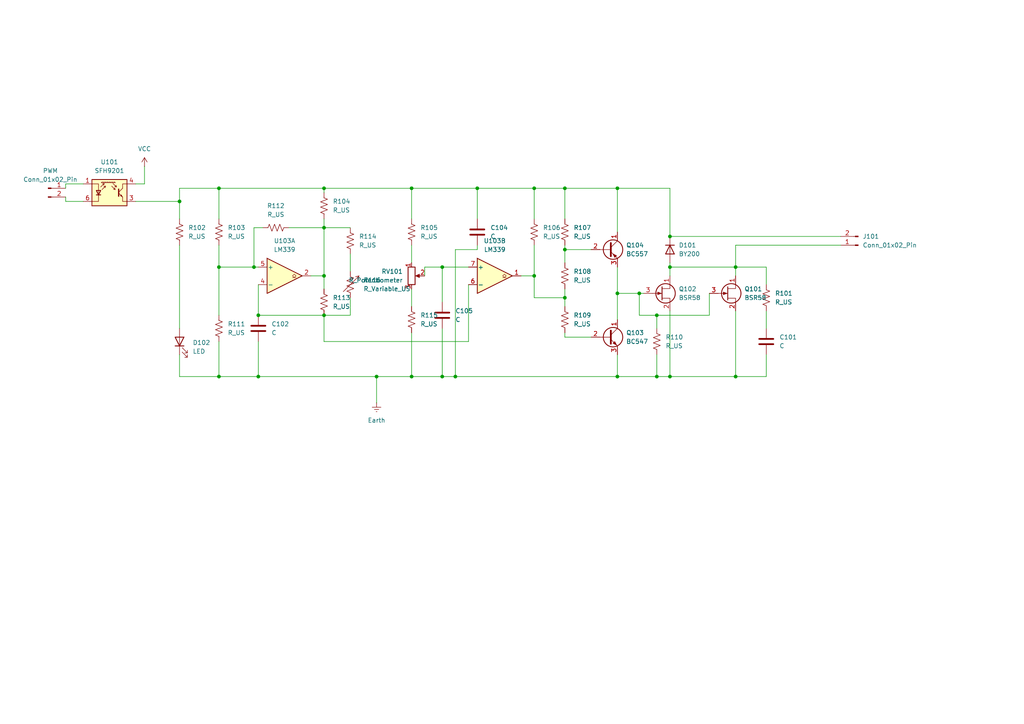
<source format=kicad_sch>
(kicad_sch
	(version 20250114)
	(generator "eeschema")
	(generator_version "9.0")
	(uuid "7e6fe173-d9c3-41fe-8f50-13270e374e1d")
	(paper "A4")
	(lib_symbols
		(symbol "Comparator:LM339"
			(pin_names
				(offset 0.127)
			)
			(exclude_from_sim no)
			(in_bom yes)
			(on_board yes)
			(property "Reference" "U"
				(at 0 5.08 0)
				(effects
					(font
						(size 1.27 1.27)
					)
					(justify left)
				)
			)
			(property "Value" "LM339"
				(at 0 -5.08 0)
				(effects
					(font
						(size 1.27 1.27)
					)
					(justify left)
				)
			)
			(property "Footprint" ""
				(at -1.27 2.54 0)
				(effects
					(font
						(size 1.27 1.27)
					)
					(hide yes)
				)
			)
			(property "Datasheet" "https://www.st.com/resource/en/datasheet/lm139.pdf"
				(at 1.27 5.08 0)
				(effects
					(font
						(size 1.27 1.27)
					)
					(hide yes)
				)
			)
			(property "Description" "Quad Differential Comparators, SOIC-14/TSSOP-14"
				(at 0 0 0)
				(effects
					(font
						(size 1.27 1.27)
					)
					(hide yes)
				)
			)
			(property "ki_locked" ""
				(at 0 0 0)
				(effects
					(font
						(size 1.27 1.27)
					)
				)
			)
			(property "ki_keywords" "cmp open collector"
				(at 0 0 0)
				(effects
					(font
						(size 1.27 1.27)
					)
					(hide yes)
				)
			)
			(property "ki_fp_filters" "SOIC*3.9x8.7mm*P1.27mm* TSSOP*4.4x5mm*P0.65mm*"
				(at 0 0 0)
				(effects
					(font
						(size 1.27 1.27)
					)
					(hide yes)
				)
			)
			(symbol "LM339_1_1"
				(polyline
					(pts
						(xy -5.08 5.08) (xy 5.08 0) (xy -5.08 -5.08) (xy -5.08 5.08)
					)
					(stroke
						(width 0.254)
						(type default)
					)
					(fill
						(type background)
					)
				)
				(polyline
					(pts
						(xy 3.302 -0.508) (xy 2.794 -0.508) (xy 3.302 0) (xy 2.794 0.508) (xy 2.286 0) (xy 2.794 -0.508)
						(xy 2.286 -0.508)
					)
					(stroke
						(width 0.127)
						(type default)
					)
					(fill
						(type none)
					)
				)
				(pin input line
					(at -7.62 2.54 0)
					(length 2.54)
					(name "+"
						(effects
							(font
								(size 1.27 1.27)
							)
						)
					)
					(number "5"
						(effects
							(font
								(size 1.27 1.27)
							)
						)
					)
				)
				(pin input line
					(at -7.62 -2.54 0)
					(length 2.54)
					(name "-"
						(effects
							(font
								(size 1.27 1.27)
							)
						)
					)
					(number "4"
						(effects
							(font
								(size 1.27 1.27)
							)
						)
					)
				)
				(pin open_collector line
					(at 7.62 0 180)
					(length 2.54)
					(name "~"
						(effects
							(font
								(size 1.27 1.27)
							)
						)
					)
					(number "2"
						(effects
							(font
								(size 1.27 1.27)
							)
						)
					)
				)
			)
			(symbol "LM339_2_1"
				(polyline
					(pts
						(xy -5.08 5.08) (xy 5.08 0) (xy -5.08 -5.08) (xy -5.08 5.08)
					)
					(stroke
						(width 0.254)
						(type default)
					)
					(fill
						(type background)
					)
				)
				(polyline
					(pts
						(xy 3.302 -0.508) (xy 2.794 -0.508) (xy 3.302 0) (xy 2.794 0.508) (xy 2.286 0) (xy 2.794 -0.508)
						(xy 2.286 -0.508)
					)
					(stroke
						(width 0.127)
						(type default)
					)
					(fill
						(type none)
					)
				)
				(pin input line
					(at -7.62 2.54 0)
					(length 2.54)
					(name "+"
						(effects
							(font
								(size 1.27 1.27)
							)
						)
					)
					(number "7"
						(effects
							(font
								(size 1.27 1.27)
							)
						)
					)
				)
				(pin input line
					(at -7.62 -2.54 0)
					(length 2.54)
					(name "-"
						(effects
							(font
								(size 1.27 1.27)
							)
						)
					)
					(number "6"
						(effects
							(font
								(size 1.27 1.27)
							)
						)
					)
				)
				(pin open_collector line
					(at 7.62 0 180)
					(length 2.54)
					(name "~"
						(effects
							(font
								(size 1.27 1.27)
							)
						)
					)
					(number "1"
						(effects
							(font
								(size 1.27 1.27)
							)
						)
					)
				)
			)
			(symbol "LM339_3_1"
				(polyline
					(pts
						(xy -5.08 5.08) (xy 5.08 0) (xy -5.08 -5.08) (xy -5.08 5.08)
					)
					(stroke
						(width 0.254)
						(type default)
					)
					(fill
						(type background)
					)
				)
				(polyline
					(pts
						(xy 3.302 -0.508) (xy 2.794 -0.508) (xy 3.302 0) (xy 2.794 0.508) (xy 2.286 0) (xy 2.794 -0.508)
						(xy 2.286 -0.508)
					)
					(stroke
						(width 0.127)
						(type default)
					)
					(fill
						(type none)
					)
				)
				(pin input line
					(at -7.62 2.54 0)
					(length 2.54)
					(name "+"
						(effects
							(font
								(size 1.27 1.27)
							)
						)
					)
					(number "11"
						(effects
							(font
								(size 1.27 1.27)
							)
						)
					)
				)
				(pin input line
					(at -7.62 -2.54 0)
					(length 2.54)
					(name "-"
						(effects
							(font
								(size 1.27 1.27)
							)
						)
					)
					(number "10"
						(effects
							(font
								(size 1.27 1.27)
							)
						)
					)
				)
				(pin open_collector line
					(at 7.62 0 180)
					(length 2.54)
					(name "~"
						(effects
							(font
								(size 1.27 1.27)
							)
						)
					)
					(number "13"
						(effects
							(font
								(size 1.27 1.27)
							)
						)
					)
				)
			)
			(symbol "LM339_4_1"
				(polyline
					(pts
						(xy -5.08 5.08) (xy 5.08 0) (xy -5.08 -5.08) (xy -5.08 5.08)
					)
					(stroke
						(width 0.254)
						(type default)
					)
					(fill
						(type background)
					)
				)
				(polyline
					(pts
						(xy 3.302 -0.508) (xy 2.794 -0.508) (xy 3.302 0) (xy 2.794 0.508) (xy 2.286 0) (xy 2.794 -0.508)
						(xy 2.286 -0.508)
					)
					(stroke
						(width 0.127)
						(type default)
					)
					(fill
						(type none)
					)
				)
				(pin input line
					(at -7.62 2.54 0)
					(length 2.54)
					(name "+"
						(effects
							(font
								(size 1.27 1.27)
							)
						)
					)
					(number "9"
						(effects
							(font
								(size 1.27 1.27)
							)
						)
					)
				)
				(pin input line
					(at -7.62 -2.54 0)
					(length 2.54)
					(name "-"
						(effects
							(font
								(size 1.27 1.27)
							)
						)
					)
					(number "8"
						(effects
							(font
								(size 1.27 1.27)
							)
						)
					)
				)
				(pin open_collector line
					(at 7.62 0 180)
					(length 2.54)
					(name "~"
						(effects
							(font
								(size 1.27 1.27)
							)
						)
					)
					(number "14"
						(effects
							(font
								(size 1.27 1.27)
							)
						)
					)
				)
			)
			(symbol "LM339_5_1"
				(pin power_in line
					(at -2.54 7.62 270)
					(length 3.81)
					(name "V+"
						(effects
							(font
								(size 1.27 1.27)
							)
						)
					)
					(number "3"
						(effects
							(font
								(size 1.27 1.27)
							)
						)
					)
				)
				(pin power_in line
					(at -2.54 -7.62 90)
					(length 3.81)
					(name "V-"
						(effects
							(font
								(size 1.27 1.27)
							)
						)
					)
					(number "12"
						(effects
							(font
								(size 1.27 1.27)
							)
						)
					)
				)
			)
			(embedded_fonts no)
		)
		(symbol "Connector:Conn_01x02_Pin"
			(pin_names
				(offset 1.016)
				(hide yes)
			)
			(exclude_from_sim no)
			(in_bom yes)
			(on_board yes)
			(property "Reference" "J"
				(at 0 2.54 0)
				(effects
					(font
						(size 1.27 1.27)
					)
				)
			)
			(property "Value" "Conn_01x02_Pin"
				(at 0 -5.08 0)
				(effects
					(font
						(size 1.27 1.27)
					)
				)
			)
			(property "Footprint" ""
				(at 0 0 0)
				(effects
					(font
						(size 1.27 1.27)
					)
					(hide yes)
				)
			)
			(property "Datasheet" "~"
				(at 0 0 0)
				(effects
					(font
						(size 1.27 1.27)
					)
					(hide yes)
				)
			)
			(property "Description" "Generic connector, single row, 01x02, script generated"
				(at 0 0 0)
				(effects
					(font
						(size 1.27 1.27)
					)
					(hide yes)
				)
			)
			(property "ki_locked" ""
				(at 0 0 0)
				(effects
					(font
						(size 1.27 1.27)
					)
				)
			)
			(property "ki_keywords" "connector"
				(at 0 0 0)
				(effects
					(font
						(size 1.27 1.27)
					)
					(hide yes)
				)
			)
			(property "ki_fp_filters" "Connector*:*_1x??_*"
				(at 0 0 0)
				(effects
					(font
						(size 1.27 1.27)
					)
					(hide yes)
				)
			)
			(symbol "Conn_01x02_Pin_1_1"
				(rectangle
					(start 0.8636 0.127)
					(end 0 -0.127)
					(stroke
						(width 0.1524)
						(type default)
					)
					(fill
						(type outline)
					)
				)
				(rectangle
					(start 0.8636 -2.413)
					(end 0 -2.667)
					(stroke
						(width 0.1524)
						(type default)
					)
					(fill
						(type outline)
					)
				)
				(polyline
					(pts
						(xy 1.27 0) (xy 0.8636 0)
					)
					(stroke
						(width 0.1524)
						(type default)
					)
					(fill
						(type none)
					)
				)
				(polyline
					(pts
						(xy 1.27 -2.54) (xy 0.8636 -2.54)
					)
					(stroke
						(width 0.1524)
						(type default)
					)
					(fill
						(type none)
					)
				)
				(pin passive line
					(at 5.08 0 180)
					(length 3.81)
					(name "Pin_1"
						(effects
							(font
								(size 1.27 1.27)
							)
						)
					)
					(number "1"
						(effects
							(font
								(size 1.27 1.27)
							)
						)
					)
				)
				(pin passive line
					(at 5.08 -2.54 180)
					(length 3.81)
					(name "Pin_2"
						(effects
							(font
								(size 1.27 1.27)
							)
						)
					)
					(number "2"
						(effects
							(font
								(size 1.27 1.27)
							)
						)
					)
				)
			)
			(embedded_fonts no)
		)
		(symbol "Device:C"
			(pin_numbers
				(hide yes)
			)
			(pin_names
				(offset 0.254)
			)
			(exclude_from_sim no)
			(in_bom yes)
			(on_board yes)
			(property "Reference" "C"
				(at 0.635 2.54 0)
				(effects
					(font
						(size 1.27 1.27)
					)
					(justify left)
				)
			)
			(property "Value" "C"
				(at 0.635 -2.54 0)
				(effects
					(font
						(size 1.27 1.27)
					)
					(justify left)
				)
			)
			(property "Footprint" ""
				(at 0.9652 -3.81 0)
				(effects
					(font
						(size 1.27 1.27)
					)
					(hide yes)
				)
			)
			(property "Datasheet" "~"
				(at 0 0 0)
				(effects
					(font
						(size 1.27 1.27)
					)
					(hide yes)
				)
			)
			(property "Description" "Unpolarized capacitor"
				(at 0 0 0)
				(effects
					(font
						(size 1.27 1.27)
					)
					(hide yes)
				)
			)
			(property "ki_keywords" "cap capacitor"
				(at 0 0 0)
				(effects
					(font
						(size 1.27 1.27)
					)
					(hide yes)
				)
			)
			(property "ki_fp_filters" "C_*"
				(at 0 0 0)
				(effects
					(font
						(size 1.27 1.27)
					)
					(hide yes)
				)
			)
			(symbol "C_0_1"
				(polyline
					(pts
						(xy -2.032 0.762) (xy 2.032 0.762)
					)
					(stroke
						(width 0.508)
						(type default)
					)
					(fill
						(type none)
					)
				)
				(polyline
					(pts
						(xy -2.032 -0.762) (xy 2.032 -0.762)
					)
					(stroke
						(width 0.508)
						(type default)
					)
					(fill
						(type none)
					)
				)
			)
			(symbol "C_1_1"
				(pin passive line
					(at 0 3.81 270)
					(length 2.794)
					(name "~"
						(effects
							(font
								(size 1.27 1.27)
							)
						)
					)
					(number "1"
						(effects
							(font
								(size 1.27 1.27)
							)
						)
					)
				)
				(pin passive line
					(at 0 -3.81 90)
					(length 2.794)
					(name "~"
						(effects
							(font
								(size 1.27 1.27)
							)
						)
					)
					(number "2"
						(effects
							(font
								(size 1.27 1.27)
							)
						)
					)
				)
			)
			(embedded_fonts no)
		)
		(symbol "Device:LED"
			(pin_numbers
				(hide yes)
			)
			(pin_names
				(offset 1.016)
				(hide yes)
			)
			(exclude_from_sim no)
			(in_bom yes)
			(on_board yes)
			(property "Reference" "D"
				(at 0 2.54 0)
				(effects
					(font
						(size 1.27 1.27)
					)
				)
			)
			(property "Value" "LED"
				(at 0 -2.54 0)
				(effects
					(font
						(size 1.27 1.27)
					)
				)
			)
			(property "Footprint" ""
				(at 0 0 0)
				(effects
					(font
						(size 1.27 1.27)
					)
					(hide yes)
				)
			)
			(property "Datasheet" "~"
				(at 0 0 0)
				(effects
					(font
						(size 1.27 1.27)
					)
					(hide yes)
				)
			)
			(property "Description" "Light emitting diode"
				(at 0 0 0)
				(effects
					(font
						(size 1.27 1.27)
					)
					(hide yes)
				)
			)
			(property "Sim.Pins" "1=K 2=A"
				(at 0 0 0)
				(effects
					(font
						(size 1.27 1.27)
					)
					(hide yes)
				)
			)
			(property "ki_keywords" "LED diode"
				(at 0 0 0)
				(effects
					(font
						(size 1.27 1.27)
					)
					(hide yes)
				)
			)
			(property "ki_fp_filters" "LED* LED_SMD:* LED_THT:*"
				(at 0 0 0)
				(effects
					(font
						(size 1.27 1.27)
					)
					(hide yes)
				)
			)
			(symbol "LED_0_1"
				(polyline
					(pts
						(xy -3.048 -0.762) (xy -4.572 -2.286) (xy -3.81 -2.286) (xy -4.572 -2.286) (xy -4.572 -1.524)
					)
					(stroke
						(width 0)
						(type default)
					)
					(fill
						(type none)
					)
				)
				(polyline
					(pts
						(xy -1.778 -0.762) (xy -3.302 -2.286) (xy -2.54 -2.286) (xy -3.302 -2.286) (xy -3.302 -1.524)
					)
					(stroke
						(width 0)
						(type default)
					)
					(fill
						(type none)
					)
				)
				(polyline
					(pts
						(xy -1.27 0) (xy 1.27 0)
					)
					(stroke
						(width 0)
						(type default)
					)
					(fill
						(type none)
					)
				)
				(polyline
					(pts
						(xy -1.27 -1.27) (xy -1.27 1.27)
					)
					(stroke
						(width 0.254)
						(type default)
					)
					(fill
						(type none)
					)
				)
				(polyline
					(pts
						(xy 1.27 -1.27) (xy 1.27 1.27) (xy -1.27 0) (xy 1.27 -1.27)
					)
					(stroke
						(width 0.254)
						(type default)
					)
					(fill
						(type none)
					)
				)
			)
			(symbol "LED_1_1"
				(pin passive line
					(at -3.81 0 0)
					(length 2.54)
					(name "K"
						(effects
							(font
								(size 1.27 1.27)
							)
						)
					)
					(number "1"
						(effects
							(font
								(size 1.27 1.27)
							)
						)
					)
				)
				(pin passive line
					(at 3.81 0 180)
					(length 2.54)
					(name "A"
						(effects
							(font
								(size 1.27 1.27)
							)
						)
					)
					(number "2"
						(effects
							(font
								(size 1.27 1.27)
							)
						)
					)
				)
			)
			(embedded_fonts no)
		)
		(symbol "Device:R_Potentiometer"
			(pin_names
				(offset 1.016)
				(hide yes)
			)
			(exclude_from_sim no)
			(in_bom yes)
			(on_board yes)
			(property "Reference" "RV"
				(at -4.445 0 90)
				(effects
					(font
						(size 1.27 1.27)
					)
				)
			)
			(property "Value" "R_Potentiometer"
				(at -2.54 0 90)
				(effects
					(font
						(size 1.27 1.27)
					)
				)
			)
			(property "Footprint" ""
				(at 0 0 0)
				(effects
					(font
						(size 1.27 1.27)
					)
					(hide yes)
				)
			)
			(property "Datasheet" "~"
				(at 0 0 0)
				(effects
					(font
						(size 1.27 1.27)
					)
					(hide yes)
				)
			)
			(property "Description" "Potentiometer"
				(at 0 0 0)
				(effects
					(font
						(size 1.27 1.27)
					)
					(hide yes)
				)
			)
			(property "ki_keywords" "resistor variable"
				(at 0 0 0)
				(effects
					(font
						(size 1.27 1.27)
					)
					(hide yes)
				)
			)
			(property "ki_fp_filters" "Potentiometer*"
				(at 0 0 0)
				(effects
					(font
						(size 1.27 1.27)
					)
					(hide yes)
				)
			)
			(symbol "R_Potentiometer_0_1"
				(rectangle
					(start 1.016 2.54)
					(end -1.016 -2.54)
					(stroke
						(width 0.254)
						(type default)
					)
					(fill
						(type none)
					)
				)
				(polyline
					(pts
						(xy 1.143 0) (xy 2.286 0.508) (xy 2.286 -0.508) (xy 1.143 0)
					)
					(stroke
						(width 0)
						(type default)
					)
					(fill
						(type outline)
					)
				)
				(polyline
					(pts
						(xy 2.54 0) (xy 1.524 0)
					)
					(stroke
						(width 0)
						(type default)
					)
					(fill
						(type none)
					)
				)
			)
			(symbol "R_Potentiometer_1_1"
				(pin passive line
					(at 0 3.81 270)
					(length 1.27)
					(name "1"
						(effects
							(font
								(size 1.27 1.27)
							)
						)
					)
					(number "1"
						(effects
							(font
								(size 1.27 1.27)
							)
						)
					)
				)
				(pin passive line
					(at 0 -3.81 90)
					(length 1.27)
					(name "3"
						(effects
							(font
								(size 1.27 1.27)
							)
						)
					)
					(number "3"
						(effects
							(font
								(size 1.27 1.27)
							)
						)
					)
				)
				(pin passive line
					(at 3.81 0 180)
					(length 1.27)
					(name "2"
						(effects
							(font
								(size 1.27 1.27)
							)
						)
					)
					(number "2"
						(effects
							(font
								(size 1.27 1.27)
							)
						)
					)
				)
			)
			(embedded_fonts no)
		)
		(symbol "Device:R_US"
			(pin_numbers
				(hide yes)
			)
			(pin_names
				(offset 0)
			)
			(exclude_from_sim no)
			(in_bom yes)
			(on_board yes)
			(property "Reference" "R"
				(at 2.54 0 90)
				(effects
					(font
						(size 1.27 1.27)
					)
				)
			)
			(property "Value" "R_US"
				(at -2.54 0 90)
				(effects
					(font
						(size 1.27 1.27)
					)
				)
			)
			(property "Footprint" ""
				(at 1.016 -0.254 90)
				(effects
					(font
						(size 1.27 1.27)
					)
					(hide yes)
				)
			)
			(property "Datasheet" "~"
				(at 0 0 0)
				(effects
					(font
						(size 1.27 1.27)
					)
					(hide yes)
				)
			)
			(property "Description" "Resistor, US symbol"
				(at 0 0 0)
				(effects
					(font
						(size 1.27 1.27)
					)
					(hide yes)
				)
			)
			(property "ki_keywords" "R res resistor"
				(at 0 0 0)
				(effects
					(font
						(size 1.27 1.27)
					)
					(hide yes)
				)
			)
			(property "ki_fp_filters" "R_*"
				(at 0 0 0)
				(effects
					(font
						(size 1.27 1.27)
					)
					(hide yes)
				)
			)
			(symbol "R_US_0_1"
				(polyline
					(pts
						(xy 0 2.286) (xy 0 2.54)
					)
					(stroke
						(width 0)
						(type default)
					)
					(fill
						(type none)
					)
				)
				(polyline
					(pts
						(xy 0 2.286) (xy 1.016 1.905) (xy 0 1.524) (xy -1.016 1.143) (xy 0 0.762)
					)
					(stroke
						(width 0)
						(type default)
					)
					(fill
						(type none)
					)
				)
				(polyline
					(pts
						(xy 0 0.762) (xy 1.016 0.381) (xy 0 0) (xy -1.016 -0.381) (xy 0 -0.762)
					)
					(stroke
						(width 0)
						(type default)
					)
					(fill
						(type none)
					)
				)
				(polyline
					(pts
						(xy 0 -0.762) (xy 1.016 -1.143) (xy 0 -1.524) (xy -1.016 -1.905) (xy 0 -2.286)
					)
					(stroke
						(width 0)
						(type default)
					)
					(fill
						(type none)
					)
				)
				(polyline
					(pts
						(xy 0 -2.286) (xy 0 -2.54)
					)
					(stroke
						(width 0)
						(type default)
					)
					(fill
						(type none)
					)
				)
			)
			(symbol "R_US_1_1"
				(pin passive line
					(at 0 3.81 270)
					(length 1.27)
					(name "~"
						(effects
							(font
								(size 1.27 1.27)
							)
						)
					)
					(number "1"
						(effects
							(font
								(size 1.27 1.27)
							)
						)
					)
				)
				(pin passive line
					(at 0 -3.81 90)
					(length 1.27)
					(name "~"
						(effects
							(font
								(size 1.27 1.27)
							)
						)
					)
					(number "2"
						(effects
							(font
								(size 1.27 1.27)
							)
						)
					)
				)
			)
			(embedded_fonts no)
		)
		(symbol "Device:R_Variable_US"
			(pin_numbers
				(hide yes)
			)
			(pin_names
				(offset 0)
			)
			(exclude_from_sim no)
			(in_bom yes)
			(on_board yes)
			(property "Reference" "R"
				(at 2.54 -2.54 90)
				(effects
					(font
						(size 1.27 1.27)
					)
					(justify left)
				)
			)
			(property "Value" "R_Variable_US"
				(at -2.54 -1.27 90)
				(effects
					(font
						(size 1.27 1.27)
					)
					(justify left)
				)
			)
			(property "Footprint" ""
				(at -1.778 0 90)
				(effects
					(font
						(size 1.27 1.27)
					)
					(hide yes)
				)
			)
			(property "Datasheet" "~"
				(at 0 0 0)
				(effects
					(font
						(size 1.27 1.27)
					)
					(hide yes)
				)
			)
			(property "Description" "Variable resistor, US symbol"
				(at 0 0 0)
				(effects
					(font
						(size 1.27 1.27)
					)
					(hide yes)
				)
			)
			(property "ki_keywords" "R res resistor variable potentiometer rheostat"
				(at 0 0 0)
				(effects
					(font
						(size 1.27 1.27)
					)
					(hide yes)
				)
			)
			(property "ki_fp_filters" "R_*"
				(at 0 0 0)
				(effects
					(font
						(size 1.27 1.27)
					)
					(hide yes)
				)
			)
			(symbol "R_Variable_US_0_1"
				(polyline
					(pts
						(xy 0 2.286) (xy 0 2.54)
					)
					(stroke
						(width 0)
						(type default)
					)
					(fill
						(type none)
					)
				)
				(polyline
					(pts
						(xy 0 2.286) (xy 1.016 1.905) (xy 0 1.524) (xy -1.016 1.143) (xy 0 0.762)
					)
					(stroke
						(width 0.1524)
						(type default)
					)
					(fill
						(type none)
					)
				)
				(polyline
					(pts
						(xy 0 0.762) (xy 1.016 0.381) (xy 0 0) (xy -1.016 -0.381) (xy 0 -0.762)
					)
					(stroke
						(width 0)
						(type default)
					)
					(fill
						(type none)
					)
				)
				(polyline
					(pts
						(xy 0 -0.762) (xy 1.016 -1.143) (xy 0 -1.524) (xy -1.016 -1.905) (xy 0 -2.286)
					)
					(stroke
						(width 0)
						(type default)
					)
					(fill
						(type none)
					)
				)
				(polyline
					(pts
						(xy 0 -2.286) (xy 0 -2.54)
					)
					(stroke
						(width 0)
						(type default)
					)
					(fill
						(type none)
					)
				)
				(polyline
					(pts
						(xy 2.286 1.524) (xy 2.54 2.54) (xy 1.524 2.286) (xy 2.54 2.54) (xy -2.032 -2.032)
					)
					(stroke
						(width 0.1524)
						(type default)
					)
					(fill
						(type none)
					)
				)
			)
			(symbol "R_Variable_US_1_1"
				(pin passive line
					(at 0 3.81 270)
					(length 1.27)
					(name "~"
						(effects
							(font
								(size 1.27 1.27)
							)
						)
					)
					(number "1"
						(effects
							(font
								(size 1.27 1.27)
							)
						)
					)
				)
				(pin passive line
					(at 0 -3.81 90)
					(length 1.27)
					(name "~"
						(effects
							(font
								(size 1.27 1.27)
							)
						)
					)
					(number "2"
						(effects
							(font
								(size 1.27 1.27)
							)
						)
					)
				)
			)
			(embedded_fonts no)
		)
		(symbol "Diode:1N4001"
			(pin_numbers
				(hide yes)
			)
			(pin_names
				(hide yes)
			)
			(exclude_from_sim no)
			(in_bom yes)
			(on_board yes)
			(property "Reference" "D"
				(at 0 2.54 0)
				(effects
					(font
						(size 1.27 1.27)
					)
				)
			)
			(property "Value" "1N4001"
				(at 0 -2.54 0)
				(effects
					(font
						(size 1.27 1.27)
					)
				)
			)
			(property "Footprint" "Diode_THT:D_DO-41_SOD81_P10.16mm_Horizontal"
				(at 0 0 0)
				(effects
					(font
						(size 1.27 1.27)
					)
					(hide yes)
				)
			)
			(property "Datasheet" "http://www.vishay.com/docs/88503/1n4001.pdf"
				(at 0 0 0)
				(effects
					(font
						(size 1.27 1.27)
					)
					(hide yes)
				)
			)
			(property "Description" "50V 1A General Purpose Rectifier Diode, DO-41"
				(at 0 0 0)
				(effects
					(font
						(size 1.27 1.27)
					)
					(hide yes)
				)
			)
			(property "Sim.Device" "D"
				(at 0 0 0)
				(effects
					(font
						(size 1.27 1.27)
					)
					(hide yes)
				)
			)
			(property "Sim.Pins" "1=K 2=A"
				(at 0 0 0)
				(effects
					(font
						(size 1.27 1.27)
					)
					(hide yes)
				)
			)
			(property "ki_keywords" "diode"
				(at 0 0 0)
				(effects
					(font
						(size 1.27 1.27)
					)
					(hide yes)
				)
			)
			(property "ki_fp_filters" "D*DO?41*"
				(at 0 0 0)
				(effects
					(font
						(size 1.27 1.27)
					)
					(hide yes)
				)
			)
			(symbol "1N4001_0_1"
				(polyline
					(pts
						(xy -1.27 1.27) (xy -1.27 -1.27)
					)
					(stroke
						(width 0.254)
						(type default)
					)
					(fill
						(type none)
					)
				)
				(polyline
					(pts
						(xy 1.27 1.27) (xy 1.27 -1.27) (xy -1.27 0) (xy 1.27 1.27)
					)
					(stroke
						(width 0.254)
						(type default)
					)
					(fill
						(type none)
					)
				)
				(polyline
					(pts
						(xy 1.27 0) (xy -1.27 0)
					)
					(stroke
						(width 0)
						(type default)
					)
					(fill
						(type none)
					)
				)
			)
			(symbol "1N4001_1_1"
				(pin passive line
					(at -3.81 0 0)
					(length 2.54)
					(name "K"
						(effects
							(font
								(size 1.27 1.27)
							)
						)
					)
					(number "1"
						(effects
							(font
								(size 1.27 1.27)
							)
						)
					)
				)
				(pin passive line
					(at 3.81 0 180)
					(length 2.54)
					(name "A"
						(effects
							(font
								(size 1.27 1.27)
							)
						)
					)
					(number "2"
						(effects
							(font
								(size 1.27 1.27)
							)
						)
					)
				)
			)
			(embedded_fonts no)
		)
		(symbol "Sensor_Proximity:SFH9201"
			(pin_names
				(offset 0.0254)
				(hide yes)
			)
			(exclude_from_sim no)
			(in_bom yes)
			(on_board yes)
			(property "Reference" "U"
				(at -5.08 5.08 0)
				(effects
					(font
						(size 1.27 1.27)
					)
					(justify left)
				)
			)
			(property "Value" "SFH9201"
				(at 0 5.08 0)
				(effects
					(font
						(size 1.27 1.27)
					)
					(justify left)
				)
			)
			(property "Footprint" "OptoDevice:Osram_SFH9x0x"
				(at -5.08 -5.08 0)
				(effects
					(font
						(size 1.27 1.27)
						(italic yes)
					)
					(justify left)
					(hide yes)
				)
			)
			(property "Datasheet" "https://media.digikey.com/pdf/Data%20Sheets/Osram%20PDFs/SFH_9201.pdf"
				(at -1.016 1.016 90)
				(effects
					(font
						(size 1.27 1.27)
					)
					(justify left)
					(hide yes)
				)
			)
			(property "Description" "Reflective Opto Interrupter/Coupler, SMD-6"
				(at 0 0 0)
				(effects
					(font
						(size 1.27 1.27)
					)
					(hide yes)
				)
			)
			(property "ki_keywords" "Reflective Opto Interrupter Coupler"
				(at 0 0 0)
				(effects
					(font
						(size 1.27 1.27)
					)
					(hide yes)
				)
			)
			(property "ki_fp_filters" "Osram*SFH9x0x*"
				(at 0 0 0)
				(effects
					(font
						(size 1.27 1.27)
					)
					(hide yes)
				)
			)
			(symbol "SFH9201_0_1"
				(polyline
					(pts
						(xy -5.08 -2.54) (xy -3.175 -2.54) (xy -3.175 2.54) (xy -5.08 2.54)
					)
					(stroke
						(width 0)
						(type default)
					)
					(fill
						(type none)
					)
				)
				(polyline
					(pts
						(xy -5.08 -3.81) (xy 5.08 -3.81) (xy 5.08 3.81) (xy -5.08 3.81) (xy -5.08 -3.81)
					)
					(stroke
						(width 0.254)
						(type default)
					)
					(fill
						(type background)
					)
				)
				(polyline
					(pts
						(xy -3.81 -0.635) (xy -2.54 -0.635)
					)
					(stroke
						(width 0.254)
						(type default)
					)
					(fill
						(type none)
					)
				)
				(polyline
					(pts
						(xy -3.175 -0.635) (xy -3.81 0.635) (xy -2.54 0.635) (xy -3.175 -0.635)
					)
					(stroke
						(width 0.254)
						(type default)
					)
					(fill
						(type none)
					)
				)
				(polyline
					(pts
						(xy -2.54 1.651) (xy -1.524 2.667) (xy -2.032 2.54)
					)
					(stroke
						(width 0)
						(type default)
					)
					(fill
						(type none)
					)
				)
				(polyline
					(pts
						(xy -2.286 2.921) (xy -2.032 3.175)
					)
					(stroke
						(width 0)
						(type default)
					)
					(fill
						(type none)
					)
				)
				(polyline
					(pts
						(xy -2.159 0.889) (xy -1.143 1.905) (xy -1.651 1.778)
					)
					(stroke
						(width 0)
						(type default)
					)
					(fill
						(type none)
					)
				)
				(polyline
					(pts
						(xy -1.778 2.921) (xy -1.524 3.175)
					)
					(stroke
						(width 0)
						(type default)
					)
					(fill
						(type none)
					)
				)
				(polyline
					(pts
						(xy -1.524 2.667) (xy -1.651 2.159)
					)
					(stroke
						(width 0)
						(type default)
					)
					(fill
						(type none)
					)
				)
				(polyline
					(pts
						(xy -1.27 2.921) (xy -1.016 3.175)
					)
					(stroke
						(width 0)
						(type default)
					)
					(fill
						(type none)
					)
				)
				(polyline
					(pts
						(xy -1.143 1.905) (xy -1.27 1.397)
					)
					(stroke
						(width 0)
						(type default)
					)
					(fill
						(type none)
					)
				)
				(polyline
					(pts
						(xy -0.762 2.921) (xy -0.508 3.175)
					)
					(stroke
						(width 0)
						(type default)
					)
					(fill
						(type none)
					)
				)
				(polyline
					(pts
						(xy -0.254 2.921) (xy 0 3.175)
					)
					(stroke
						(width 0)
						(type default)
					)
					(fill
						(type none)
					)
				)
				(polyline
					(pts
						(xy 0.254 2.921) (xy 0.508 3.175)
					)
					(stroke
						(width 0)
						(type default)
					)
					(fill
						(type none)
					)
				)
				(polyline
					(pts
						(xy 0.635 1.905) (xy 1.651 0.889) (xy 1.524 1.397)
					)
					(stroke
						(width 0)
						(type default)
					)
					(fill
						(type none)
					)
				)
				(polyline
					(pts
						(xy 0.762 2.921) (xy 1.016 3.175)
					)
					(stroke
						(width 0)
						(type default)
					)
					(fill
						(type none)
					)
				)
				(polyline
					(pts
						(xy 1.016 2.667) (xy 2.032 1.651) (xy 1.905 2.159)
					)
					(stroke
						(width 0)
						(type default)
					)
					(fill
						(type none)
					)
				)
				(polyline
					(pts
						(xy 1.27 2.921) (xy 1.524 3.175)
					)
					(stroke
						(width 0)
						(type default)
					)
					(fill
						(type none)
					)
				)
				(polyline
					(pts
						(xy 1.651 0.889) (xy 1.143 1.016)
					)
					(stroke
						(width 0)
						(type default)
					)
					(fill
						(type none)
					)
				)
				(polyline
					(pts
						(xy 1.778 2.921) (xy -2.413 2.921)
					)
					(stroke
						(width 0)
						(type default)
					)
					(fill
						(type none)
					)
				)
				(polyline
					(pts
						(xy 2.032 1.651) (xy 1.524 1.778)
					)
					(stroke
						(width 0)
						(type default)
					)
					(fill
						(type none)
					)
				)
				(polyline
					(pts
						(xy 2.667 1.016) (xy 2.667 -1.016) (xy 2.667 -1.016)
					)
					(stroke
						(width 0.3556)
						(type default)
					)
					(fill
						(type none)
					)
				)
				(polyline
					(pts
						(xy 2.667 0.127) (xy 3.81 1.27)
					)
					(stroke
						(width 0)
						(type default)
					)
					(fill
						(type none)
					)
				)
				(polyline
					(pts
						(xy 2.667 -0.127) (xy 3.81 -1.27)
					)
					(stroke
						(width 0)
						(type default)
					)
					(fill
						(type none)
					)
				)
				(polyline
					(pts
						(xy 3.683 -1.143) (xy 3.429 -0.635) (xy 3.175 -0.889) (xy 3.683 -1.143)
					)
					(stroke
						(width 0)
						(type default)
					)
					(fill
						(type none)
					)
				)
				(polyline
					(pts
						(xy 3.81 1.27) (xy 3.81 2.54) (xy 5.08 2.54)
					)
					(stroke
						(width 0)
						(type default)
					)
					(fill
						(type none)
					)
				)
				(polyline
					(pts
						(xy 3.81 -1.27) (xy 3.81 -2.54) (xy 5.08 -2.54)
					)
					(stroke
						(width 0)
						(type default)
					)
					(fill
						(type none)
					)
				)
			)
			(symbol "SFH9201_1_1"
				(pin passive line
					(at -7.62 2.54 0)
					(length 2.54)
					(name "A"
						(effects
							(font
								(size 1.27 1.27)
							)
						)
					)
					(number "1"
						(effects
							(font
								(size 1.27 1.27)
							)
						)
					)
				)
				(pin passive line
					(at -7.62 -2.54 0)
					(length 2.54)
					(name "K"
						(effects
							(font
								(size 1.27 1.27)
							)
						)
					)
					(number "6"
						(effects
							(font
								(size 1.27 1.27)
							)
						)
					)
				)
				(pin no_connect line
					(at -5.08 0 0)
					(length 2.54)
					(hide yes)
					(name "NC"
						(effects
							(font
								(size 1.27 1.27)
							)
						)
					)
					(number "2"
						(effects
							(font
								(size 1.27 1.27)
							)
						)
					)
				)
				(pin no_connect line
					(at 5.08 0 180)
					(length 2.54)
					(hide yes)
					(name "NC"
						(effects
							(font
								(size 1.27 1.27)
							)
						)
					)
					(number "5"
						(effects
							(font
								(size 1.27 1.27)
							)
						)
					)
				)
				(pin open_collector line
					(at 7.62 2.54 180)
					(length 2.54)
					(name "C"
						(effects
							(font
								(size 1.27 1.27)
							)
						)
					)
					(number "4"
						(effects
							(font
								(size 1.27 1.27)
							)
						)
					)
				)
				(pin open_emitter line
					(at 7.62 -2.54 180)
					(length 2.54)
					(name "E"
						(effects
							(font
								(size 1.27 1.27)
							)
						)
					)
					(number "3"
						(effects
							(font
								(size 1.27 1.27)
							)
						)
					)
				)
			)
			(embedded_fonts no)
		)
		(symbol "Transistor_BJT:BC547"
			(pin_names
				(offset 0)
				(hide yes)
			)
			(exclude_from_sim no)
			(in_bom yes)
			(on_board yes)
			(property "Reference" "Q"
				(at 5.08 1.905 0)
				(effects
					(font
						(size 1.27 1.27)
					)
					(justify left)
				)
			)
			(property "Value" "BC547"
				(at 5.08 0 0)
				(effects
					(font
						(size 1.27 1.27)
					)
					(justify left)
				)
			)
			(property "Footprint" "Package_TO_SOT_THT:TO-92_Inline"
				(at 5.08 -1.905 0)
				(effects
					(font
						(size 1.27 1.27)
						(italic yes)
					)
					(justify left)
					(hide yes)
				)
			)
			(property "Datasheet" "https://www.onsemi.com/pub/Collateral/BC550-D.pdf"
				(at 0 0 0)
				(effects
					(font
						(size 1.27 1.27)
					)
					(justify left)
					(hide yes)
				)
			)
			(property "Description" "0.1A Ic, 45V Vce, Small Signal NPN Transistor, TO-92"
				(at 0 0 0)
				(effects
					(font
						(size 1.27 1.27)
					)
					(hide yes)
				)
			)
			(property "ki_keywords" "NPN Transistor"
				(at 0 0 0)
				(effects
					(font
						(size 1.27 1.27)
					)
					(hide yes)
				)
			)
			(property "ki_fp_filters" "TO?92*"
				(at 0 0 0)
				(effects
					(font
						(size 1.27 1.27)
					)
					(hide yes)
				)
			)
			(symbol "BC547_0_1"
				(polyline
					(pts
						(xy -2.54 0) (xy 0.635 0)
					)
					(stroke
						(width 0)
						(type default)
					)
					(fill
						(type none)
					)
				)
				(polyline
					(pts
						(xy 0.635 1.905) (xy 0.635 -1.905)
					)
					(stroke
						(width 0.508)
						(type default)
					)
					(fill
						(type none)
					)
				)
				(circle
					(center 1.27 0)
					(radius 2.8194)
					(stroke
						(width 0.254)
						(type default)
					)
					(fill
						(type none)
					)
				)
			)
			(symbol "BC547_1_1"
				(polyline
					(pts
						(xy 0.635 0.635) (xy 2.54 2.54)
					)
					(stroke
						(width 0)
						(type default)
					)
					(fill
						(type none)
					)
				)
				(polyline
					(pts
						(xy 0.635 -0.635) (xy 2.54 -2.54)
					)
					(stroke
						(width 0)
						(type default)
					)
					(fill
						(type none)
					)
				)
				(polyline
					(pts
						(xy 1.27 -1.778) (xy 1.778 -1.27) (xy 2.286 -2.286) (xy 1.27 -1.778)
					)
					(stroke
						(width 0)
						(type default)
					)
					(fill
						(type outline)
					)
				)
				(pin input line
					(at -5.08 0 0)
					(length 2.54)
					(name "B"
						(effects
							(font
								(size 1.27 1.27)
							)
						)
					)
					(number "2"
						(effects
							(font
								(size 1.27 1.27)
							)
						)
					)
				)
				(pin passive line
					(at 2.54 5.08 270)
					(length 2.54)
					(name "C"
						(effects
							(font
								(size 1.27 1.27)
							)
						)
					)
					(number "1"
						(effects
							(font
								(size 1.27 1.27)
							)
						)
					)
				)
				(pin passive line
					(at 2.54 -5.08 90)
					(length 2.54)
					(name "E"
						(effects
							(font
								(size 1.27 1.27)
							)
						)
					)
					(number "3"
						(effects
							(font
								(size 1.27 1.27)
							)
						)
					)
				)
			)
			(embedded_fonts no)
		)
		(symbol "Transistor_BJT:BC557"
			(pin_names
				(offset 0)
				(hide yes)
			)
			(exclude_from_sim no)
			(in_bom yes)
			(on_board yes)
			(property "Reference" "Q"
				(at 5.08 1.905 0)
				(effects
					(font
						(size 1.27 1.27)
					)
					(justify left)
				)
			)
			(property "Value" "BC557"
				(at 5.08 0 0)
				(effects
					(font
						(size 1.27 1.27)
					)
					(justify left)
				)
			)
			(property "Footprint" "Package_TO_SOT_THT:TO-92_Inline"
				(at 5.08 -1.905 0)
				(effects
					(font
						(size 1.27 1.27)
						(italic yes)
					)
					(justify left)
					(hide yes)
				)
			)
			(property "Datasheet" "https://www.onsemi.com/pub/Collateral/BC556BTA-D.pdf"
				(at 0 0 0)
				(effects
					(font
						(size 1.27 1.27)
					)
					(justify left)
					(hide yes)
				)
			)
			(property "Description" "0.1A Ic, 45V Vce, PNP Small Signal Transistor, TO-92"
				(at 0 0 0)
				(effects
					(font
						(size 1.27 1.27)
					)
					(hide yes)
				)
			)
			(property "ki_keywords" "PNP Transistor"
				(at 0 0 0)
				(effects
					(font
						(size 1.27 1.27)
					)
					(hide yes)
				)
			)
			(property "ki_fp_filters" "TO?92*"
				(at 0 0 0)
				(effects
					(font
						(size 1.27 1.27)
					)
					(hide yes)
				)
			)
			(symbol "BC557_0_1"
				(polyline
					(pts
						(xy -2.54 0) (xy 0.635 0)
					)
					(stroke
						(width 0)
						(type default)
					)
					(fill
						(type none)
					)
				)
				(polyline
					(pts
						(xy 0.635 1.905) (xy 0.635 -1.905)
					)
					(stroke
						(width 0.508)
						(type default)
					)
					(fill
						(type none)
					)
				)
				(polyline
					(pts
						(xy 0.635 0.635) (xy 2.54 2.54)
					)
					(stroke
						(width 0)
						(type default)
					)
					(fill
						(type none)
					)
				)
				(polyline
					(pts
						(xy 0.635 -0.635) (xy 2.54 -2.54)
					)
					(stroke
						(width 0)
						(type default)
					)
					(fill
						(type none)
					)
				)
				(circle
					(center 1.27 0)
					(radius 2.8194)
					(stroke
						(width 0.254)
						(type default)
					)
					(fill
						(type none)
					)
				)
				(polyline
					(pts
						(xy 2.286 -1.778) (xy 1.778 -2.286) (xy 1.27 -1.27) (xy 2.286 -1.778)
					)
					(stroke
						(width 0)
						(type default)
					)
					(fill
						(type outline)
					)
				)
			)
			(symbol "BC557_1_1"
				(pin input line
					(at -5.08 0 0)
					(length 2.54)
					(name "B"
						(effects
							(font
								(size 1.27 1.27)
							)
						)
					)
					(number "2"
						(effects
							(font
								(size 1.27 1.27)
							)
						)
					)
				)
				(pin passive line
					(at 2.54 5.08 270)
					(length 2.54)
					(name "C"
						(effects
							(font
								(size 1.27 1.27)
							)
						)
					)
					(number "1"
						(effects
							(font
								(size 1.27 1.27)
							)
						)
					)
				)
				(pin passive line
					(at 2.54 -5.08 90)
					(length 2.54)
					(name "E"
						(effects
							(font
								(size 1.27 1.27)
							)
						)
					)
					(number "3"
						(effects
							(font
								(size 1.27 1.27)
							)
						)
					)
				)
			)
			(embedded_fonts no)
		)
		(symbol "Transistor_FET:BSR58"
			(pin_names
				(hide yes)
			)
			(exclude_from_sim no)
			(in_bom yes)
			(on_board yes)
			(property "Reference" "Q"
				(at 5.08 1.905 0)
				(effects
					(font
						(size 1.27 1.27)
					)
					(justify left)
				)
			)
			(property "Value" "BSR58"
				(at 5.08 0 0)
				(effects
					(font
						(size 1.27 1.27)
					)
					(justify left)
				)
			)
			(property "Footprint" "Package_TO_SOT_SMD:SOT-23"
				(at 5.08 -1.905 0)
				(effects
					(font
						(size 1.27 1.27)
						(italic yes)
					)
					(justify left)
					(hide yes)
				)
			)
			(property "Datasheet" "https://www.nxp.com/docs/en/data-sheet/BSR56_57_58.pdf"
				(at 5.08 -3.81 0)
				(effects
					(font
						(size 1.27 1.27)
					)
					(justify left)
					(hide yes)
				)
			)
			(property "Description" "80mA min, 40V, 60mOhm max, 0.8-4V Vgs(off), N-Channel JFET, SOT-23"
				(at 0 0 0)
				(effects
					(font
						(size 1.27 1.27)
					)
					(hide yes)
				)
			)
			(property "ki_keywords" "N-Channel FET Transistor"
				(at 0 0 0)
				(effects
					(font
						(size 1.27 1.27)
					)
					(hide yes)
				)
			)
			(property "ki_fp_filters" "SOT?23*"
				(at 0 0 0)
				(effects
					(font
						(size 1.27 1.27)
					)
					(hide yes)
				)
			)
			(symbol "BSR58_0_1"
				(polyline
					(pts
						(xy 0 0) (xy -1.016 0.381) (xy -1.016 -0.381) (xy 0 0)
					)
					(stroke
						(width 0)
						(type default)
					)
					(fill
						(type outline)
					)
				)
				(polyline
					(pts
						(xy 0.254 1.905) (xy 0.254 -1.905)
					)
					(stroke
						(width 0.254)
						(type default)
					)
					(fill
						(type none)
					)
				)
				(polyline
					(pts
						(xy 0.254 0) (xy -2.54 0)
					)
					(stroke
						(width 0)
						(type default)
					)
					(fill
						(type none)
					)
				)
				(circle
					(center 1.27 0)
					(radius 2.8194)
					(stroke
						(width 0.254)
						(type default)
					)
					(fill
						(type none)
					)
				)
				(polyline
					(pts
						(xy 2.54 2.54) (xy 2.54 1.397) (xy 0.254 1.397)
					)
					(stroke
						(width 0)
						(type default)
					)
					(fill
						(type none)
					)
				)
				(polyline
					(pts
						(xy 2.54 -2.54) (xy 2.54 -1.397) (xy 0.254 -1.397)
					)
					(stroke
						(width 0)
						(type default)
					)
					(fill
						(type none)
					)
				)
			)
			(symbol "BSR58_1_1"
				(pin input line
					(at -5.08 0 0)
					(length 2.54)
					(name "G"
						(effects
							(font
								(size 1.27 1.27)
							)
						)
					)
					(number "3"
						(effects
							(font
								(size 1.27 1.27)
							)
						)
					)
				)
				(pin passive line
					(at 2.54 5.08 270)
					(length 2.54)
					(name "D"
						(effects
							(font
								(size 1.27 1.27)
							)
						)
					)
					(number "1"
						(effects
							(font
								(size 1.27 1.27)
							)
						)
					)
				)
				(pin passive line
					(at 2.54 -5.08 90)
					(length 2.54)
					(name "S"
						(effects
							(font
								(size 1.27 1.27)
							)
						)
					)
					(number "2"
						(effects
							(font
								(size 1.27 1.27)
							)
						)
					)
				)
			)
			(embedded_fonts no)
		)
		(symbol "power:Earth"
			(power)
			(pin_numbers
				(hide yes)
			)
			(pin_names
				(offset 0)
				(hide yes)
			)
			(exclude_from_sim no)
			(in_bom yes)
			(on_board yes)
			(property "Reference" "#PWR"
				(at 0 -6.35 0)
				(effects
					(font
						(size 1.27 1.27)
					)
					(hide yes)
				)
			)
			(property "Value" "Earth"
				(at 0 -3.81 0)
				(effects
					(font
						(size 1.27 1.27)
					)
				)
			)
			(property "Footprint" ""
				(at 0 0 0)
				(effects
					(font
						(size 1.27 1.27)
					)
					(hide yes)
				)
			)
			(property "Datasheet" "~"
				(at 0 0 0)
				(effects
					(font
						(size 1.27 1.27)
					)
					(hide yes)
				)
			)
			(property "Description" "Power symbol creates a global label with name \"Earth\""
				(at 0 0 0)
				(effects
					(font
						(size 1.27 1.27)
					)
					(hide yes)
				)
			)
			(property "ki_keywords" "global ground gnd"
				(at 0 0 0)
				(effects
					(font
						(size 1.27 1.27)
					)
					(hide yes)
				)
			)
			(symbol "Earth_0_1"
				(polyline
					(pts
						(xy -0.635 -1.905) (xy 0.635 -1.905)
					)
					(stroke
						(width 0)
						(type default)
					)
					(fill
						(type none)
					)
				)
				(polyline
					(pts
						(xy -0.127 -2.54) (xy 0.127 -2.54)
					)
					(stroke
						(width 0)
						(type default)
					)
					(fill
						(type none)
					)
				)
				(polyline
					(pts
						(xy 0 -1.27) (xy 0 0)
					)
					(stroke
						(width 0)
						(type default)
					)
					(fill
						(type none)
					)
				)
				(polyline
					(pts
						(xy 1.27 -1.27) (xy -1.27 -1.27)
					)
					(stroke
						(width 0)
						(type default)
					)
					(fill
						(type none)
					)
				)
			)
			(symbol "Earth_1_1"
				(pin power_in line
					(at 0 0 270)
					(length 0)
					(name "~"
						(effects
							(font
								(size 1.27 1.27)
							)
						)
					)
					(number "1"
						(effects
							(font
								(size 1.27 1.27)
							)
						)
					)
				)
			)
			(embedded_fonts no)
		)
		(symbol "power:VCC"
			(power)
			(pin_numbers
				(hide yes)
			)
			(pin_names
				(offset 0)
				(hide yes)
			)
			(exclude_from_sim no)
			(in_bom yes)
			(on_board yes)
			(property "Reference" "#PWR"
				(at 0 -3.81 0)
				(effects
					(font
						(size 1.27 1.27)
					)
					(hide yes)
				)
			)
			(property "Value" "VCC"
				(at 0 3.556 0)
				(effects
					(font
						(size 1.27 1.27)
					)
				)
			)
			(property "Footprint" ""
				(at 0 0 0)
				(effects
					(font
						(size 1.27 1.27)
					)
					(hide yes)
				)
			)
			(property "Datasheet" ""
				(at 0 0 0)
				(effects
					(font
						(size 1.27 1.27)
					)
					(hide yes)
				)
			)
			(property "Description" "Power symbol creates a global label with name \"VCC\""
				(at 0 0 0)
				(effects
					(font
						(size 1.27 1.27)
					)
					(hide yes)
				)
			)
			(property "ki_keywords" "global power"
				(at 0 0 0)
				(effects
					(font
						(size 1.27 1.27)
					)
					(hide yes)
				)
			)
			(symbol "VCC_0_1"
				(polyline
					(pts
						(xy -0.762 1.27) (xy 0 2.54)
					)
					(stroke
						(width 0)
						(type default)
					)
					(fill
						(type none)
					)
				)
				(polyline
					(pts
						(xy 0 2.54) (xy 0.762 1.27)
					)
					(stroke
						(width 0)
						(type default)
					)
					(fill
						(type none)
					)
				)
				(polyline
					(pts
						(xy 0 0) (xy 0 2.54)
					)
					(stroke
						(width 0)
						(type default)
					)
					(fill
						(type none)
					)
				)
			)
			(symbol "VCC_1_1"
				(pin power_in line
					(at 0 0 90)
					(length 0)
					(name "~"
						(effects
							(font
								(size 1.27 1.27)
							)
						)
					)
					(number "1"
						(effects
							(font
								(size 1.27 1.27)
							)
						)
					)
				)
			)
			(embedded_fonts no)
		)
	)
	(junction
		(at 73.66 77.47)
		(diameter 0)
		(color 0 0 0 0)
		(uuid "11ae0f77-8eb0-4d03-83bd-d16cd663b0dd")
	)
	(junction
		(at 63.5 77.47)
		(diameter 0)
		(color 0 0 0 0)
		(uuid "19ea545b-df02-4df2-af9e-910b754d7995")
	)
	(junction
		(at 119.38 54.61)
		(diameter 0)
		(color 0 0 0 0)
		(uuid "1d1600fe-f7c8-46f6-a2d7-1f493f18f799")
	)
	(junction
		(at 179.07 85.09)
		(diameter 0)
		(color 0 0 0 0)
		(uuid "23cfa7ba-22b6-4d81-9182-34714f317dec")
	)
	(junction
		(at 179.07 109.22)
		(diameter 0)
		(color 0 0 0 0)
		(uuid "266dc676-5bb8-4c86-bc61-2151626f08c3")
	)
	(junction
		(at 74.93 91.44)
		(diameter 0)
		(color 0 0 0 0)
		(uuid "2a29c3db-d87d-4d78-8a34-8c871351274e")
	)
	(junction
		(at 93.98 80.01)
		(diameter 0)
		(color 0 0 0 0)
		(uuid "39a3f71d-9fea-456b-b804-d8a2a16b906a")
	)
	(junction
		(at 154.94 80.01)
		(diameter 0)
		(color 0 0 0 0)
		(uuid "3ad7f29a-9f7a-43c4-9c2e-5da1ef2ca959")
	)
	(junction
		(at 163.83 54.61)
		(diameter 0)
		(color 0 0 0 0)
		(uuid "3c602599-ea8e-46fb-a615-ee1ea166804d")
	)
	(junction
		(at 185.42 85.09)
		(diameter 0)
		(color 0 0 0 0)
		(uuid "433031e7-2217-44b7-9724-6b84fbf05e46")
	)
	(junction
		(at 138.43 54.61)
		(diameter 0)
		(color 0 0 0 0)
		(uuid "4fb9f81f-3b93-489b-bdbb-1ba043553a55")
	)
	(junction
		(at 63.5 109.22)
		(diameter 0)
		(color 0 0 0 0)
		(uuid "60f308a8-81a1-4c25-bb7f-723e0caac454")
	)
	(junction
		(at 194.31 109.22)
		(diameter 0)
		(color 0 0 0 0)
		(uuid "64911878-f5a0-489d-96f2-ca6868ab0506")
	)
	(junction
		(at 132.08 109.22)
		(diameter 0)
		(color 0 0 0 0)
		(uuid "64e7ec69-4fbc-4e01-adbd-5c62dc51fc58")
	)
	(junction
		(at 163.83 72.39)
		(diameter 0)
		(color 0 0 0 0)
		(uuid "771a91ab-8ee0-49f4-8a31-4536c8884d9a")
	)
	(junction
		(at 128.27 77.47)
		(diameter 0)
		(color 0 0 0 0)
		(uuid "7b286955-abb2-4cfa-9cd4-90f2c765165d")
	)
	(junction
		(at 93.98 54.61)
		(diameter 0)
		(color 0 0 0 0)
		(uuid "7bb33400-0bb0-4c0f-a90a-37f33debd94b")
	)
	(junction
		(at 154.94 54.61)
		(diameter 0)
		(color 0 0 0 0)
		(uuid "84c53c26-85d7-4049-8049-9df15a42726d")
	)
	(junction
		(at 93.98 91.44)
		(diameter 0)
		(color 0 0 0 0)
		(uuid "87a8af45-e869-44c1-bea3-e6b2250d8abc")
	)
	(junction
		(at 109.22 109.22)
		(diameter 0)
		(color 0 0 0 0)
		(uuid "8cd557e8-6513-44da-8e01-f135c27c226b")
	)
	(junction
		(at 179.07 54.61)
		(diameter 0)
		(color 0 0 0 0)
		(uuid "a254af4b-9c54-4cd0-8cb9-b41ec62c3a2d")
	)
	(junction
		(at 119.38 109.22)
		(diameter 0)
		(color 0 0 0 0)
		(uuid "ae16f56c-bcc4-46ab-a96b-d2898fe19ea5")
	)
	(junction
		(at 213.36 77.47)
		(diameter 0)
		(color 0 0 0 0)
		(uuid "aed7d1f5-6091-405c-9250-374ed423fed6")
	)
	(junction
		(at 52.07 58.42)
		(diameter 0)
		(color 0 0 0 0)
		(uuid "b987b147-a80c-480a-869a-138f8130d2f2")
	)
	(junction
		(at 163.83 86.36)
		(diameter 0)
		(color 0 0 0 0)
		(uuid "c5eaff30-c183-4505-8f55-0d504c5d988b")
	)
	(junction
		(at 213.36 109.22)
		(diameter 0)
		(color 0 0 0 0)
		(uuid "cdb70001-4481-4b42-a4dd-90784f3ab170")
	)
	(junction
		(at 93.98 66.04)
		(diameter 0)
		(color 0 0 0 0)
		(uuid "d4714c9e-a52d-4c6f-b6e8-80217e8b66b5")
	)
	(junction
		(at 74.93 109.22)
		(diameter 0)
		(color 0 0 0 0)
		(uuid "d8bf9c84-5bc3-404d-bcd1-9489af3b26b5")
	)
	(junction
		(at 190.5 91.44)
		(diameter 0)
		(color 0 0 0 0)
		(uuid "e463fd6b-3124-47b7-9cd7-128190f6bb41")
	)
	(junction
		(at 190.5 109.22)
		(diameter 0)
		(color 0 0 0 0)
		(uuid "e67dfebe-a555-4a0b-a89d-925094f86544")
	)
	(junction
		(at 63.5 54.61)
		(diameter 0)
		(color 0 0 0 0)
		(uuid "e9b4d723-539d-41b3-9e1f-cb565da50d07")
	)
	(junction
		(at 194.31 77.47)
		(diameter 0)
		(color 0 0 0 0)
		(uuid "f0d0621a-6dd0-4343-b45c-db41db727ee7")
	)
	(junction
		(at 194.31 68.58)
		(diameter 0)
		(color 0 0 0 0)
		(uuid "f2b77b86-1808-4d8c-8d0b-25e4ddf69555")
	)
	(junction
		(at 128.27 109.22)
		(diameter 0)
		(color 0 0 0 0)
		(uuid "fbbdade0-493d-420c-bacb-ac31e6255ec3")
	)
	(wire
		(pts
			(xy 194.31 109.22) (xy 190.5 109.22)
		)
		(stroke
			(width 0)
			(type default)
		)
		(uuid "00c33c84-b555-4776-96d1-62c50f8153c3")
	)
	(wire
		(pts
			(xy 154.94 71.12) (xy 154.94 80.01)
		)
		(stroke
			(width 0)
			(type default)
		)
		(uuid "02b2283b-69c9-4f80-920b-f1ba3a0f2cce")
	)
	(wire
		(pts
			(xy 213.36 77.47) (xy 194.31 77.47)
		)
		(stroke
			(width 0)
			(type default)
		)
		(uuid "058cf60c-e7da-4edf-a855-9c305ffd2f8e")
	)
	(wire
		(pts
			(xy 179.07 85.09) (xy 179.07 77.47)
		)
		(stroke
			(width 0)
			(type default)
		)
		(uuid "074310c8-79a0-4526-a00e-662d15b1746b")
	)
	(wire
		(pts
			(xy 63.5 109.22) (xy 74.93 109.22)
		)
		(stroke
			(width 0)
			(type default)
		)
		(uuid "081db8d9-a394-4f9b-8a32-5b96e5a6f6c7")
	)
	(wire
		(pts
			(xy 101.6 86.36) (xy 101.6 91.44)
		)
		(stroke
			(width 0)
			(type default)
		)
		(uuid "0824372e-5f27-4c33-9410-c967a99dd599")
	)
	(wire
		(pts
			(xy 194.31 54.61) (xy 194.31 68.58)
		)
		(stroke
			(width 0)
			(type default)
		)
		(uuid "0bc80df1-74d8-48a6-8569-6b550bb77451")
	)
	(wire
		(pts
			(xy 41.91 53.34) (xy 41.91 48.26)
		)
		(stroke
			(width 0)
			(type default)
		)
		(uuid "0c77311e-a1c5-4ad2-acb8-61661ce93769")
	)
	(wire
		(pts
			(xy 128.27 77.47) (xy 123.19 77.47)
		)
		(stroke
			(width 0)
			(type default)
		)
		(uuid "0e82b68d-588a-4c96-bb35-79697fb8aa4b")
	)
	(wire
		(pts
			(xy 19.05 58.42) (xy 24.13 58.42)
		)
		(stroke
			(width 0)
			(type default)
		)
		(uuid "0fe2e27c-821a-4af8-bf72-d7b1cc374fdd")
	)
	(wire
		(pts
			(xy 93.98 99.06) (xy 93.98 91.44)
		)
		(stroke
			(width 0)
			(type default)
		)
		(uuid "142d3174-7529-4de2-9c37-5e62daa4e6a2")
	)
	(wire
		(pts
			(xy 74.93 99.06) (xy 74.93 109.22)
		)
		(stroke
			(width 0)
			(type default)
		)
		(uuid "143f2b3c-e128-4f14-9ed8-7c553d5f6793")
	)
	(wire
		(pts
			(xy 83.82 66.04) (xy 93.98 66.04)
		)
		(stroke
			(width 0)
			(type default)
		)
		(uuid "144fd51c-08b5-4ffd-95a5-c9d4daa3d697")
	)
	(wire
		(pts
			(xy 185.42 85.09) (xy 186.69 85.09)
		)
		(stroke
			(width 0)
			(type default)
		)
		(uuid "14d2e5d5-a37f-4312-baa2-09236d99a8aa")
	)
	(wire
		(pts
			(xy 151.13 80.01) (xy 154.94 80.01)
		)
		(stroke
			(width 0)
			(type default)
		)
		(uuid "14d91248-f78e-4467-a617-b171f41a4c9d")
	)
	(wire
		(pts
			(xy 179.07 102.87) (xy 179.07 109.22)
		)
		(stroke
			(width 0)
			(type default)
		)
		(uuid "14ea33d7-4c9c-408c-b5b2-0432f42de1e8")
	)
	(wire
		(pts
			(xy 119.38 63.5) (xy 119.38 54.61)
		)
		(stroke
			(width 0)
			(type default)
		)
		(uuid "15aecd5b-a308-44b2-889c-901748e65693")
	)
	(wire
		(pts
			(xy 74.93 91.44) (xy 93.98 91.44)
		)
		(stroke
			(width 0)
			(type default)
		)
		(uuid "162bf93c-ae46-4b98-bd21-e12a6a17f1b6")
	)
	(wire
		(pts
			(xy 119.38 83.82) (xy 119.38 88.9)
		)
		(stroke
			(width 0)
			(type default)
		)
		(uuid "1b693c92-742d-4dc4-a0f6-8e5041c297eb")
	)
	(wire
		(pts
			(xy 52.07 102.87) (xy 52.07 109.22)
		)
		(stroke
			(width 0)
			(type default)
		)
		(uuid "1c036132-14cd-4b27-80be-789da28d138a")
	)
	(wire
		(pts
			(xy 52.07 54.61) (xy 52.07 58.42)
		)
		(stroke
			(width 0)
			(type default)
		)
		(uuid "1c797187-543d-4f39-b377-923f1f105d9e")
	)
	(wire
		(pts
			(xy 222.25 102.87) (xy 222.25 109.22)
		)
		(stroke
			(width 0)
			(type default)
		)
		(uuid "250ec6c0-fa65-4488-9302-c770b7825efb")
	)
	(wire
		(pts
			(xy 123.19 77.47) (xy 123.19 80.01)
		)
		(stroke
			(width 0)
			(type default)
		)
		(uuid "260abc1b-a9b3-42cd-ad06-08a2ecf1d72c")
	)
	(wire
		(pts
			(xy 90.17 80.01) (xy 93.98 80.01)
		)
		(stroke
			(width 0)
			(type default)
		)
		(uuid "267d0b45-50d1-4c10-a55b-22943720e161")
	)
	(wire
		(pts
			(xy 222.25 95.25) (xy 222.25 90.17)
		)
		(stroke
			(width 0)
			(type default)
		)
		(uuid "27268eb9-cc59-41e1-9114-f0f1d985b093")
	)
	(wire
		(pts
			(xy 163.83 54.61) (xy 154.94 54.61)
		)
		(stroke
			(width 0)
			(type default)
		)
		(uuid "2b8bc80d-2925-4743-8cff-c2cf66ca81a6")
	)
	(wire
		(pts
			(xy 128.27 109.22) (xy 132.08 109.22)
		)
		(stroke
			(width 0)
			(type default)
		)
		(uuid "2e35b268-c014-4e24-9f14-9dbce28ebc9d")
	)
	(wire
		(pts
			(xy 19.05 53.34) (xy 19.05 54.61)
		)
		(stroke
			(width 0)
			(type default)
		)
		(uuid "2f36ffe6-8639-418f-8f20-744955fdd1aa")
	)
	(wire
		(pts
			(xy 194.31 77.47) (xy 194.31 80.01)
		)
		(stroke
			(width 0)
			(type default)
		)
		(uuid "30b5aa64-9f4c-453f-8a71-f22872e8067b")
	)
	(wire
		(pts
			(xy 93.98 54.61) (xy 63.5 54.61)
		)
		(stroke
			(width 0)
			(type default)
		)
		(uuid "33d72afa-67fd-4b90-bccd-1fadadc1e401")
	)
	(wire
		(pts
			(xy 163.83 83.82) (xy 163.83 86.36)
		)
		(stroke
			(width 0)
			(type default)
		)
		(uuid "3555185c-a111-4a40-b679-4ec76512b1b7")
	)
	(wire
		(pts
			(xy 179.07 67.31) (xy 179.07 54.61)
		)
		(stroke
			(width 0)
			(type default)
		)
		(uuid "394cda26-f4e1-4e7a-90ec-8b46125583e8")
	)
	(wire
		(pts
			(xy 194.31 90.17) (xy 194.31 109.22)
		)
		(stroke
			(width 0)
			(type default)
		)
		(uuid "3bb8ae73-00b5-4f2b-ac8d-459b71528426")
	)
	(wire
		(pts
			(xy 213.36 90.17) (xy 213.36 109.22)
		)
		(stroke
			(width 0)
			(type default)
		)
		(uuid "407d4518-566b-4b87-8383-ee6ec9f33808")
	)
	(wire
		(pts
			(xy 101.6 73.66) (xy 101.6 78.74)
		)
		(stroke
			(width 0)
			(type default)
		)
		(uuid "48df838b-e270-4344-b0ce-7d7413eb67af")
	)
	(wire
		(pts
			(xy 63.5 71.12) (xy 63.5 77.47)
		)
		(stroke
			(width 0)
			(type default)
		)
		(uuid "4cfd20f0-0dbe-4b57-b2d5-a914459b0431")
	)
	(wire
		(pts
			(xy 179.07 54.61) (xy 163.83 54.61)
		)
		(stroke
			(width 0)
			(type default)
		)
		(uuid "4d76079e-6e00-4f4a-bb62-583177c81efe")
	)
	(wire
		(pts
			(xy 132.08 109.22) (xy 179.07 109.22)
		)
		(stroke
			(width 0)
			(type default)
		)
		(uuid "4fd76063-3fdc-4758-981a-921d6fdf56d8")
	)
	(wire
		(pts
			(xy 39.37 58.42) (xy 52.07 58.42)
		)
		(stroke
			(width 0)
			(type default)
		)
		(uuid "51421634-541e-481c-abd0-7e1dde5b1a5f")
	)
	(wire
		(pts
			(xy 213.36 71.12) (xy 213.36 77.47)
		)
		(stroke
			(width 0)
			(type default)
		)
		(uuid "5352c1f5-b9dd-486b-91f0-d020bf4c435e")
	)
	(wire
		(pts
			(xy 135.89 99.06) (xy 93.98 99.06)
		)
		(stroke
			(width 0)
			(type default)
		)
		(uuid "54a50a35-f5b3-4827-a8bd-0dc7d3f0e9eb")
	)
	(wire
		(pts
			(xy 74.93 109.22) (xy 109.22 109.22)
		)
		(stroke
			(width 0)
			(type default)
		)
		(uuid "564d97ee-6292-4a01-9fd9-36661299c3dc")
	)
	(wire
		(pts
			(xy 128.27 95.25) (xy 128.27 109.22)
		)
		(stroke
			(width 0)
			(type default)
		)
		(uuid "56714939-06ad-44d8-89ea-4f5765d950eb")
	)
	(wire
		(pts
			(xy 138.43 54.61) (xy 138.43 63.5)
		)
		(stroke
			(width 0)
			(type default)
		)
		(uuid "59036c10-aad2-4435-848d-7215f136b557")
	)
	(wire
		(pts
			(xy 179.07 85.09) (xy 185.42 85.09)
		)
		(stroke
			(width 0)
			(type default)
		)
		(uuid "591ea2f9-2dc6-4547-af81-fb9c187c9885")
	)
	(wire
		(pts
			(xy 243.84 71.12) (xy 213.36 71.12)
		)
		(stroke
			(width 0)
			(type default)
		)
		(uuid "5977b784-20b8-4af1-8bed-8cc25610acb1")
	)
	(wire
		(pts
			(xy 213.36 109.22) (xy 194.31 109.22)
		)
		(stroke
			(width 0)
			(type default)
		)
		(uuid "60546686-d6fc-40f0-a7a1-cf96f5985604")
	)
	(wire
		(pts
			(xy 19.05 57.15) (xy 19.05 58.42)
		)
		(stroke
			(width 0)
			(type default)
		)
		(uuid "60f51940-1f3c-4168-8988-f74b32fc0322")
	)
	(wire
		(pts
			(xy 185.42 85.09) (xy 185.42 91.44)
		)
		(stroke
			(width 0)
			(type default)
		)
		(uuid "62767980-929f-4c0c-9e94-07ec091d4d79")
	)
	(wire
		(pts
			(xy 205.74 91.44) (xy 190.5 91.44)
		)
		(stroke
			(width 0)
			(type default)
		)
		(uuid "65ef5362-05e1-4189-8e6f-7ef47066fa38")
	)
	(wire
		(pts
			(xy 63.5 54.61) (xy 52.07 54.61)
		)
		(stroke
			(width 0)
			(type default)
		)
		(uuid "67d70025-5956-47b9-99a2-059450996513")
	)
	(wire
		(pts
			(xy 93.98 54.61) (xy 93.98 55.88)
		)
		(stroke
			(width 0)
			(type default)
		)
		(uuid "6bdcd720-ce7c-467d-a893-3d593453fe0f")
	)
	(wire
		(pts
			(xy 190.5 91.44) (xy 185.42 91.44)
		)
		(stroke
			(width 0)
			(type default)
		)
		(uuid "71168e53-3871-4f3c-8c66-a8a36f411ef2")
	)
	(wire
		(pts
			(xy 171.45 97.79) (xy 163.83 97.79)
		)
		(stroke
			(width 0)
			(type default)
		)
		(uuid "720a0ea0-9896-45b3-8e1b-aaf82281889b")
	)
	(wire
		(pts
			(xy 138.43 71.12) (xy 138.43 72.39)
		)
		(stroke
			(width 0)
			(type default)
		)
		(uuid "7469cac7-1ad5-46ce-acd9-b0417abadfc9")
	)
	(wire
		(pts
			(xy 109.22 109.22) (xy 109.22 116.84)
		)
		(stroke
			(width 0)
			(type default)
		)
		(uuid "7493e1a3-07ec-49cd-8f0f-43591a0d854e")
	)
	(wire
		(pts
			(xy 213.36 77.47) (xy 213.36 80.01)
		)
		(stroke
			(width 0)
			(type default)
		)
		(uuid "749d6d18-2b1a-41ec-8488-007f037968a9")
	)
	(wire
		(pts
			(xy 163.83 71.12) (xy 163.83 72.39)
		)
		(stroke
			(width 0)
			(type default)
		)
		(uuid "74fb3287-5a56-49e3-9f18-50935d165d4a")
	)
	(wire
		(pts
			(xy 154.94 54.61) (xy 154.94 63.5)
		)
		(stroke
			(width 0)
			(type default)
		)
		(uuid "7c004a0b-6fae-492e-8db4-95f977e0a0f5")
	)
	(wire
		(pts
			(xy 222.25 109.22) (xy 213.36 109.22)
		)
		(stroke
			(width 0)
			(type default)
		)
		(uuid "7fd76e42-f523-45b6-b25a-b543216a3b9f")
	)
	(wire
		(pts
			(xy 194.31 76.2) (xy 194.31 77.47)
		)
		(stroke
			(width 0)
			(type default)
		)
		(uuid "821f2136-cab7-4038-a146-9a2d6cd290ff")
	)
	(wire
		(pts
			(xy 222.25 82.55) (xy 222.25 77.47)
		)
		(stroke
			(width 0)
			(type default)
		)
		(uuid "837fabda-1788-4060-85ba-c18486893e04")
	)
	(wire
		(pts
			(xy 194.31 54.61) (xy 179.07 54.61)
		)
		(stroke
			(width 0)
			(type default)
		)
		(uuid "84ffc73f-26d3-4583-a65d-f3c4c23b295e")
	)
	(wire
		(pts
			(xy 154.94 80.01) (xy 154.94 86.36)
		)
		(stroke
			(width 0)
			(type default)
		)
		(uuid "8542534e-e13a-403b-8694-f53d1f0d8dce")
	)
	(wire
		(pts
			(xy 163.83 72.39) (xy 171.45 72.39)
		)
		(stroke
			(width 0)
			(type default)
		)
		(uuid "8693c671-28ed-47f3-9975-88c50b5bc41c")
	)
	(wire
		(pts
			(xy 163.83 86.36) (xy 163.83 88.9)
		)
		(stroke
			(width 0)
			(type default)
		)
		(uuid "98784f38-3a20-4e07-a381-d710f18508a9")
	)
	(wire
		(pts
			(xy 135.89 82.55) (xy 135.89 99.06)
		)
		(stroke
			(width 0)
			(type default)
		)
		(uuid "9c73efa7-5e03-4609-89eb-c91030c6ad1a")
	)
	(wire
		(pts
			(xy 63.5 54.61) (xy 63.5 63.5)
		)
		(stroke
			(width 0)
			(type default)
		)
		(uuid "9dd8aaaa-53d8-4a1c-8b20-f7fb1a2911dc")
	)
	(wire
		(pts
			(xy 52.07 58.42) (xy 52.07 63.5)
		)
		(stroke
			(width 0)
			(type default)
		)
		(uuid "9ef4dd1d-f210-4c90-808c-4c8644d162c9")
	)
	(wire
		(pts
			(xy 190.5 102.87) (xy 190.5 109.22)
		)
		(stroke
			(width 0)
			(type default)
		)
		(uuid "9f1f2b3d-7bc3-43c8-988b-c228f02e4f45")
	)
	(wire
		(pts
			(xy 163.83 63.5) (xy 163.83 54.61)
		)
		(stroke
			(width 0)
			(type default)
		)
		(uuid "a54b2c76-1ec8-4eb6-a16c-1ecb7d8cbce0")
	)
	(wire
		(pts
			(xy 39.37 53.34) (xy 41.91 53.34)
		)
		(stroke
			(width 0)
			(type default)
		)
		(uuid "a648a276-4c6f-4a06-ad7c-c59ee8541593")
	)
	(wire
		(pts
			(xy 93.98 54.61) (xy 119.38 54.61)
		)
		(stroke
			(width 0)
			(type default)
		)
		(uuid "a6fff9bf-f93b-4357-8f27-8dcb646048b3")
	)
	(wire
		(pts
			(xy 74.93 82.55) (xy 74.93 91.44)
		)
		(stroke
			(width 0)
			(type default)
		)
		(uuid "a74f498d-e699-43b0-bfdf-14686f39e51e")
	)
	(wire
		(pts
			(xy 132.08 72.39) (xy 132.08 109.22)
		)
		(stroke
			(width 0)
			(type default)
		)
		(uuid "a983c13c-1db1-4b5c-8ee9-081d06c46bfb")
	)
	(wire
		(pts
			(xy 73.66 66.04) (xy 73.66 77.47)
		)
		(stroke
			(width 0)
			(type default)
		)
		(uuid "abd201ae-7bef-4a59-8c6f-a54d2bed2469")
	)
	(wire
		(pts
			(xy 154.94 86.36) (xy 163.83 86.36)
		)
		(stroke
			(width 0)
			(type default)
		)
		(uuid "ac26d825-1450-4ee6-a7b4-33f2db9170d1")
	)
	(wire
		(pts
			(xy 93.98 63.5) (xy 93.98 66.04)
		)
		(stroke
			(width 0)
			(type default)
		)
		(uuid "b12c92c6-4ed8-4c5b-b3d8-cf9e2c910b05")
	)
	(wire
		(pts
			(xy 93.98 80.01) (xy 93.98 83.82)
		)
		(stroke
			(width 0)
			(type default)
		)
		(uuid "b88f5fd7-3bca-481e-98a6-72924e45c406")
	)
	(wire
		(pts
			(xy 163.83 72.39) (xy 163.83 76.2)
		)
		(stroke
			(width 0)
			(type default)
		)
		(uuid "ba4d6d00-c3e5-49c7-a1e5-615d0aab1b74")
	)
	(wire
		(pts
			(xy 93.98 66.04) (xy 101.6 66.04)
		)
		(stroke
			(width 0)
			(type default)
		)
		(uuid "bceef64a-aef3-4520-b802-d782084095e9")
	)
	(wire
		(pts
			(xy 190.5 95.25) (xy 190.5 91.44)
		)
		(stroke
			(width 0)
			(type default)
		)
		(uuid "bdfa9aeb-8244-4bbb-81ae-9cbd481b1339")
	)
	(wire
		(pts
			(xy 101.6 91.44) (xy 93.98 91.44)
		)
		(stroke
			(width 0)
			(type default)
		)
		(uuid "c8c3aaf5-f029-421d-99b6-de08119359d2")
	)
	(wire
		(pts
			(xy 76.2 66.04) (xy 73.66 66.04)
		)
		(stroke
			(width 0)
			(type default)
		)
		(uuid "c90e9d04-8f08-42a8-9b0f-f7da41be62a6")
	)
	(wire
		(pts
			(xy 52.07 109.22) (xy 63.5 109.22)
		)
		(stroke
			(width 0)
			(type default)
		)
		(uuid "c9c55a44-ad2e-4941-a916-601fc7d8fb3c")
	)
	(wire
		(pts
			(xy 24.13 53.34) (xy 19.05 53.34)
		)
		(stroke
			(width 0)
			(type default)
		)
		(uuid "cd585ffc-3df0-4e57-9d77-cef7409f70e5")
	)
	(wire
		(pts
			(xy 73.66 77.47) (xy 74.93 77.47)
		)
		(stroke
			(width 0)
			(type default)
		)
		(uuid "ce530bd6-d35c-47f0-9ce0-5ac68938dfa4")
	)
	(wire
		(pts
			(xy 63.5 77.47) (xy 63.5 91.44)
		)
		(stroke
			(width 0)
			(type default)
		)
		(uuid "d115f089-1114-468e-8c5b-25628c697f85")
	)
	(wire
		(pts
			(xy 132.08 72.39) (xy 138.43 72.39)
		)
		(stroke
			(width 0)
			(type default)
		)
		(uuid "d3512cbb-a9a7-4770-97ae-2cfa5eb0086e")
	)
	(wire
		(pts
			(xy 179.07 92.71) (xy 179.07 85.09)
		)
		(stroke
			(width 0)
			(type default)
		)
		(uuid "dbee71bc-44d5-49ae-8b4f-de52b1fb0b0f")
	)
	(wire
		(pts
			(xy 119.38 109.22) (xy 128.27 109.22)
		)
		(stroke
			(width 0)
			(type default)
		)
		(uuid "dc09eabd-ca2b-496f-ad3a-eafecdee3864")
	)
	(wire
		(pts
			(xy 154.94 54.61) (xy 138.43 54.61)
		)
		(stroke
			(width 0)
			(type default)
		)
		(uuid "dccdfc50-5c6b-4bc1-9c33-16009e44f254")
	)
	(wire
		(pts
			(xy 190.5 109.22) (xy 179.07 109.22)
		)
		(stroke
			(width 0)
			(type default)
		)
		(uuid "ddbc2a3a-e3be-440d-8a2d-35a4416049b7")
	)
	(wire
		(pts
			(xy 243.84 68.58) (xy 194.31 68.58)
		)
		(stroke
			(width 0)
			(type default)
		)
		(uuid "e1c2455d-8860-46a4-9e3a-e450fcdeb44a")
	)
	(wire
		(pts
			(xy 119.38 96.52) (xy 119.38 109.22)
		)
		(stroke
			(width 0)
			(type default)
		)
		(uuid "e28edaa1-9bda-441d-92c9-a343ec7f006b")
	)
	(wire
		(pts
			(xy 128.27 77.47) (xy 128.27 87.63)
		)
		(stroke
			(width 0)
			(type default)
		)
		(uuid "e5744082-cad6-4972-bf41-cb64cecd0f7c")
	)
	(wire
		(pts
			(xy 135.89 77.47) (xy 128.27 77.47)
		)
		(stroke
			(width 0)
			(type default)
		)
		(uuid "ed2e0710-21ce-4382-b26c-f4a91a701e40")
	)
	(wire
		(pts
			(xy 63.5 77.47) (xy 73.66 77.47)
		)
		(stroke
			(width 0)
			(type default)
		)
		(uuid "ede6100f-9256-4fc9-b3c9-f58d75c289fa")
	)
	(wire
		(pts
			(xy 119.38 71.12) (xy 119.38 76.2)
		)
		(stroke
			(width 0)
			(type default)
		)
		(uuid "ef0195f0-706d-4275-8d3c-3a92ba674362")
	)
	(wire
		(pts
			(xy 63.5 99.06) (xy 63.5 109.22)
		)
		(stroke
			(width 0)
			(type default)
		)
		(uuid "ef9afa01-36d7-4ac9-98c9-b8973c83f12c")
	)
	(wire
		(pts
			(xy 205.74 85.09) (xy 205.74 91.44)
		)
		(stroke
			(width 0)
			(type default)
		)
		(uuid "f248e8bb-49cf-43a6-bdd6-b45199b85b6b")
	)
	(wire
		(pts
			(xy 119.38 109.22) (xy 109.22 109.22)
		)
		(stroke
			(width 0)
			(type default)
		)
		(uuid "f36570bf-22f5-4da1-ac7c-ad4dc8c22e95")
	)
	(wire
		(pts
			(xy 163.83 97.79) (xy 163.83 96.52)
		)
		(stroke
			(width 0)
			(type default)
		)
		(uuid "f5d6fc00-7d77-43b1-b64c-2d9fbf4add08")
	)
	(wire
		(pts
			(xy 52.07 71.12) (xy 52.07 95.25)
		)
		(stroke
			(width 0)
			(type default)
		)
		(uuid "f5e98967-5feb-48ff-97d3-a43864c8c843")
	)
	(wire
		(pts
			(xy 138.43 54.61) (xy 119.38 54.61)
		)
		(stroke
			(width 0)
			(type default)
		)
		(uuid "f6227164-5bae-4647-a591-20ff4701e02c")
	)
	(wire
		(pts
			(xy 93.98 66.04) (xy 93.98 80.01)
		)
		(stroke
			(width 0)
			(type default)
		)
		(uuid "fa6beb2e-3f08-445f-a2eb-5c45a69359ad")
	)
	(wire
		(pts
			(xy 222.25 77.47) (xy 213.36 77.47)
		)
		(stroke
			(width 0)
			(type default)
		)
		(uuid "ffdf868f-427e-4c83-b765-b6e2d60e09e3")
	)
	(symbol
		(lib_id "Connector:Conn_01x02_Pin")
		(at 248.92 71.12 180)
		(unit 1)
		(exclude_from_sim no)
		(in_bom yes)
		(on_board yes)
		(dnp no)
		(fields_autoplaced yes)
		(uuid "0179cd42-02f9-4b00-87f7-ec2dc36aeea6")
		(property "Reference" "J101"
			(at 250.19 68.5799 0)
			(effects
				(font
					(size 1.27 1.27)
				)
				(justify right)
			)
		)
		(property "Value" "Conn_01x02_Pin"
			(at 250.19 71.1199 0)
			(effects
				(font
					(size 1.27 1.27)
				)
				(justify right)
			)
		)
		(property "Footprint" ""
			(at 248.92 71.12 0)
			(effects
				(font
					(size 1.27 1.27)
				)
				(hide yes)
			)
		)
		(property "Datasheet" "~"
			(at 248.92 71.12 0)
			(effects
				(font
					(size 1.27 1.27)
				)
				(hide yes)
			)
		)
		(property "Description" "Generic connector, single row, 01x02, script generated"
			(at 248.92 71.12 0)
			(effects
				(font
					(size 1.27 1.27)
				)
				(hide yes)
			)
		)
		(pin "1"
			(uuid "189a19d1-3665-4583-a99b-eafdeb66aed9")
		)
		(pin "2"
			(uuid "da8ede08-370c-43a0-8e4c-8c204b11f69c")
		)
		(instances
			(project ""
				(path "/7e6fe173-d9c3-41fe-8f50-13270e374e1d"
					(reference "J101")
					(unit 1)
				)
			)
		)
	)
	(symbol
		(lib_id "power:Earth")
		(at 109.22 116.84 0)
		(unit 1)
		(exclude_from_sim no)
		(in_bom yes)
		(on_board yes)
		(dnp no)
		(fields_autoplaced yes)
		(uuid "036295da-e45e-4b6f-871b-b81aa4241deb")
		(property "Reference" "#PWR0101"
			(at 109.22 123.19 0)
			(effects
				(font
					(size 1.27 1.27)
				)
				(hide yes)
			)
		)
		(property "Value" "Earth"
			(at 109.22 121.92 0)
			(effects
				(font
					(size 1.27 1.27)
				)
			)
		)
		(property "Footprint" ""
			(at 109.22 116.84 0)
			(effects
				(font
					(size 1.27 1.27)
				)
				(hide yes)
			)
		)
		(property "Datasheet" "~"
			(at 109.22 116.84 0)
			(effects
				(font
					(size 1.27 1.27)
				)
				(hide yes)
			)
		)
		(property "Description" "Power symbol creates a global label with name \"Earth\""
			(at 109.22 116.84 0)
			(effects
				(font
					(size 1.27 1.27)
				)
				(hide yes)
			)
		)
		(pin "1"
			(uuid "01faadb3-df60-4407-aac6-ea10a64f01b5")
		)
		(instances
			(project ""
				(path "/7e6fe173-d9c3-41fe-8f50-13270e374e1d"
					(reference "#PWR0101")
					(unit 1)
				)
			)
		)
	)
	(symbol
		(lib_id "Device:R_US")
		(at 101.6 69.85 0)
		(unit 1)
		(exclude_from_sim no)
		(in_bom yes)
		(on_board yes)
		(dnp no)
		(fields_autoplaced yes)
		(uuid "065f8a10-1583-4388-ba89-0b9e9c2f2df9")
		(property "Reference" "R114"
			(at 104.14 68.5799 0)
			(effects
				(font
					(size 1.27 1.27)
				)
				(justify left)
			)
		)
		(property "Value" "R_US"
			(at 104.14 71.1199 0)
			(effects
				(font
					(size 1.27 1.27)
				)
				(justify left)
			)
		)
		(property "Footprint" ""
			(at 102.616 70.104 90)
			(effects
				(font
					(size 1.27 1.27)
				)
				(hide yes)
			)
		)
		(property "Datasheet" "~"
			(at 101.6 69.85 0)
			(effects
				(font
					(size 1.27 1.27)
				)
				(hide yes)
			)
		)
		(property "Description" "Resistor, US symbol"
			(at 101.6 69.85 0)
			(effects
				(font
					(size 1.27 1.27)
				)
				(hide yes)
			)
		)
		(pin "1"
			(uuid "3bad5e6b-1cff-4e0c-86eb-8ef667d03249")
		)
		(pin "2"
			(uuid "1583344a-d6fb-4cae-8603-50268ca9e2fe")
		)
		(instances
			(project ""
				(path "/7e6fe173-d9c3-41fe-8f50-13270e374e1d"
					(reference "R114")
					(unit 1)
				)
			)
		)
	)
	(symbol
		(lib_id "Transistor_FET:BSR58")
		(at 191.77 85.09 0)
		(unit 1)
		(exclude_from_sim no)
		(in_bom yes)
		(on_board yes)
		(dnp no)
		(fields_autoplaced yes)
		(uuid "07c35f1b-b40d-48b8-8dd2-c8418870f817")
		(property "Reference" "Q102"
			(at 196.85 83.8199 0)
			(effects
				(font
					(size 1.27 1.27)
				)
				(justify left)
			)
		)
		(property "Value" "BSR58"
			(at 196.85 86.3599 0)
			(effects
				(font
					(size 1.27 1.27)
				)
				(justify left)
			)
		)
		(property "Footprint" "Package_TO_SOT_SMD:SOT-23"
			(at 196.85 86.995 0)
			(effects
				(font
					(size 1.27 1.27)
					(italic yes)
				)
				(justify left)
				(hide yes)
			)
		)
		(property "Datasheet" "https://www.nxp.com/docs/en/data-sheet/BSR56_57_58.pdf"
			(at 196.85 88.9 0)
			(effects
				(font
					(size 1.27 1.27)
				)
				(justify left)
				(hide yes)
			)
		)
		(property "Description" "80mA min, 40V, 60mOhm max, 0.8-4V Vgs(off), N-Channel JFET, SOT-23"
			(at 191.77 85.09 0)
			(effects
				(font
					(size 1.27 1.27)
				)
				(hide yes)
			)
		)
		(pin "3"
			(uuid "c9db01de-fb94-49fd-84db-eef6406c13da")
		)
		(pin "2"
			(uuid "e58b26e7-7cb0-4d76-ac7e-d224bc6d6e58")
		)
		(pin "1"
			(uuid "db10e0c1-9704-4dbb-a302-7aacc864ab2d")
		)
		(instances
			(project ""
				(path "/7e6fe173-d9c3-41fe-8f50-13270e374e1d"
					(reference "Q102")
					(unit 1)
				)
			)
		)
	)
	(symbol
		(lib_id "Device:R_US")
		(at 163.83 67.31 0)
		(unit 1)
		(exclude_from_sim no)
		(in_bom yes)
		(on_board yes)
		(dnp no)
		(fields_autoplaced yes)
		(uuid "0bd50a81-c3b8-4548-aa87-5b834b1ce73f")
		(property "Reference" "R107"
			(at 166.37 66.0399 0)
			(effects
				(font
					(size 1.27 1.27)
				)
				(justify left)
			)
		)
		(property "Value" "R_US"
			(at 166.37 68.5799 0)
			(effects
				(font
					(size 1.27 1.27)
				)
				(justify left)
			)
		)
		(property "Footprint" ""
			(at 164.846 67.564 90)
			(effects
				(font
					(size 1.27 1.27)
				)
				(hide yes)
			)
		)
		(property "Datasheet" "~"
			(at 163.83 67.31 0)
			(effects
				(font
					(size 1.27 1.27)
				)
				(hide yes)
			)
		)
		(property "Description" "Resistor, US symbol"
			(at 163.83 67.31 0)
			(effects
				(font
					(size 1.27 1.27)
				)
				(hide yes)
			)
		)
		(pin "2"
			(uuid "6c20bb40-9915-4aa4-b1c7-c09db6757b39")
		)
		(pin "1"
			(uuid "28370b9e-66fa-40b7-84a7-cc01aa6d6caa")
		)
		(instances
			(project ""
				(path "/7e6fe173-d9c3-41fe-8f50-13270e374e1d"
					(reference "R107")
					(unit 1)
				)
			)
		)
	)
	(symbol
		(lib_id "Device:R_US")
		(at 52.07 67.31 0)
		(unit 1)
		(exclude_from_sim no)
		(in_bom yes)
		(on_board yes)
		(dnp no)
		(fields_autoplaced yes)
		(uuid "0f6b0dd4-f256-4df5-ade0-f3499d7a56c9")
		(property "Reference" "R102"
			(at 54.61 66.0399 0)
			(effects
				(font
					(size 1.27 1.27)
				)
				(justify left)
			)
		)
		(property "Value" "R_US"
			(at 54.61 68.5799 0)
			(effects
				(font
					(size 1.27 1.27)
				)
				(justify left)
			)
		)
		(property "Footprint" ""
			(at 53.086 67.564 90)
			(effects
				(font
					(size 1.27 1.27)
				)
				(hide yes)
			)
		)
		(property "Datasheet" "~"
			(at 52.07 67.31 0)
			(effects
				(font
					(size 1.27 1.27)
				)
				(hide yes)
			)
		)
		(property "Description" "Resistor, US symbol"
			(at 52.07 67.31 0)
			(effects
				(font
					(size 1.27 1.27)
				)
				(hide yes)
			)
		)
		(pin "1"
			(uuid "1508ef0e-00e4-40ed-8318-1897228cef49")
		)
		(pin "2"
			(uuid "945fe499-365e-428f-9fb5-7d16f9eb52b1")
		)
		(instances
			(project ""
				(path "/7e6fe173-d9c3-41fe-8f50-13270e374e1d"
					(reference "R102")
					(unit 1)
				)
			)
		)
	)
	(symbol
		(lib_id "Device:R_US")
		(at 190.5 99.06 0)
		(unit 1)
		(exclude_from_sim no)
		(in_bom yes)
		(on_board yes)
		(dnp no)
		(fields_autoplaced yes)
		(uuid "0fd9c554-33c6-4735-badd-1827dfe98192")
		(property "Reference" "R110"
			(at 193.04 97.7899 0)
			(effects
				(font
					(size 1.27 1.27)
				)
				(justify left)
			)
		)
		(property "Value" "R_US"
			(at 193.04 100.3299 0)
			(effects
				(font
					(size 1.27 1.27)
				)
				(justify left)
			)
		)
		(property "Footprint" ""
			(at 191.516 99.314 90)
			(effects
				(font
					(size 1.27 1.27)
				)
				(hide yes)
			)
		)
		(property "Datasheet" "~"
			(at 190.5 99.06 0)
			(effects
				(font
					(size 1.27 1.27)
				)
				(hide yes)
			)
		)
		(property "Description" "Resistor, US symbol"
			(at 190.5 99.06 0)
			(effects
				(font
					(size 1.27 1.27)
				)
				(hide yes)
			)
		)
		(pin "2"
			(uuid "9ec740e6-2318-4a4b-9701-f34bbcaffd83")
		)
		(pin "1"
			(uuid "c04691ea-738c-42e5-830f-ffccf9d61218")
		)
		(instances
			(project ""
				(path "/7e6fe173-d9c3-41fe-8f50-13270e374e1d"
					(reference "R110")
					(unit 1)
				)
			)
		)
	)
	(symbol
		(lib_id "Device:R_US")
		(at 93.98 87.63 0)
		(unit 1)
		(exclude_from_sim no)
		(in_bom yes)
		(on_board yes)
		(dnp no)
		(fields_autoplaced yes)
		(uuid "12417550-e7d2-4868-8b93-794fd3fcb33e")
		(property "Reference" "R113"
			(at 96.52 86.3599 0)
			(effects
				(font
					(size 1.27 1.27)
				)
				(justify left)
			)
		)
		(property "Value" "R_US"
			(at 96.52 88.8999 0)
			(effects
				(font
					(size 1.27 1.27)
				)
				(justify left)
			)
		)
		(property "Footprint" ""
			(at 94.996 87.884 90)
			(effects
				(font
					(size 1.27 1.27)
				)
				(hide yes)
			)
		)
		(property "Datasheet" "~"
			(at 93.98 87.63 0)
			(effects
				(font
					(size 1.27 1.27)
				)
				(hide yes)
			)
		)
		(property "Description" "Resistor, US symbol"
			(at 93.98 87.63 0)
			(effects
				(font
					(size 1.27 1.27)
				)
				(hide yes)
			)
		)
		(pin "2"
			(uuid "c984d5e1-2905-4684-90ce-c29a0511ab0e")
		)
		(pin "1"
			(uuid "eee4190a-ca30-4348-98fd-070a796e6400")
		)
		(instances
			(project ""
				(path "/7e6fe173-d9c3-41fe-8f50-13270e374e1d"
					(reference "R113")
					(unit 1)
				)
			)
		)
	)
	(symbol
		(lib_id "Device:C")
		(at 74.93 95.25 0)
		(unit 1)
		(exclude_from_sim no)
		(in_bom yes)
		(on_board yes)
		(dnp no)
		(fields_autoplaced yes)
		(uuid "2738a57e-0661-4f8e-ab31-712dad15dac5")
		(property "Reference" "C102"
			(at 78.74 93.9799 0)
			(effects
				(font
					(size 1.27 1.27)
				)
				(justify left)
			)
		)
		(property "Value" "C"
			(at 78.74 96.5199 0)
			(effects
				(font
					(size 1.27 1.27)
				)
				(justify left)
			)
		)
		(property "Footprint" ""
			(at 75.8952 99.06 0)
			(effects
				(font
					(size 1.27 1.27)
				)
				(hide yes)
			)
		)
		(property "Datasheet" "~"
			(at 74.93 95.25 0)
			(effects
				(font
					(size 1.27 1.27)
				)
				(hide yes)
			)
		)
		(property "Description" "Unpolarized capacitor"
			(at 74.93 95.25 0)
			(effects
				(font
					(size 1.27 1.27)
				)
				(hide yes)
			)
		)
		(pin "2"
			(uuid "cb14b780-2aec-456e-87ad-e5b0296be34a")
		)
		(pin "1"
			(uuid "3973477a-c8ca-48c6-a2c9-8dc98d627f32")
		)
		(instances
			(project ""
				(path "/7e6fe173-d9c3-41fe-8f50-13270e374e1d"
					(reference "C102")
					(unit 1)
				)
			)
		)
	)
	(symbol
		(lib_id "Device:LED")
		(at 52.07 99.06 90)
		(unit 1)
		(exclude_from_sim no)
		(in_bom yes)
		(on_board yes)
		(dnp no)
		(fields_autoplaced yes)
		(uuid "2b485836-3064-466a-8f11-649707c3d80a")
		(property "Reference" "D102"
			(at 55.88 99.3774 90)
			(effects
				(font
					(size 1.27 1.27)
				)
				(justify right)
			)
		)
		(property "Value" "LED"
			(at 55.88 101.9174 90)
			(effects
				(font
					(size 1.27 1.27)
				)
				(justify right)
			)
		)
		(property "Footprint" ""
			(at 52.07 99.06 0)
			(effects
				(font
					(size 1.27 1.27)
				)
				(hide yes)
			)
		)
		(property "Datasheet" "~"
			(at 52.07 99.06 0)
			(effects
				(font
					(size 1.27 1.27)
				)
				(hide yes)
			)
		)
		(property "Description" "Light emitting diode"
			(at 52.07 99.06 0)
			(effects
				(font
					(size 1.27 1.27)
				)
				(hide yes)
			)
		)
		(property "Sim.Pins" "1=K 2=A"
			(at 52.07 99.06 0)
			(effects
				(font
					(size 1.27 1.27)
				)
				(hide yes)
			)
		)
		(pin "1"
			(uuid "4b6171a9-3807-4d76-aa21-98c8995cfdcc")
		)
		(pin "2"
			(uuid "fc9f2f06-3aaa-4752-a837-df2ce6e6c8b1")
		)
		(instances
			(project ""
				(path "/7e6fe173-d9c3-41fe-8f50-13270e374e1d"
					(reference "D102")
					(unit 1)
				)
			)
		)
	)
	(symbol
		(lib_id "Device:R_Potentiometer")
		(at 119.38 80.01 0)
		(unit 1)
		(exclude_from_sim no)
		(in_bom yes)
		(on_board yes)
		(dnp no)
		(fields_autoplaced yes)
		(uuid "3295e1a7-d280-43e3-a6b2-9793abb636a5")
		(property "Reference" "RV101"
			(at 116.84 78.7399 0)
			(effects
				(font
					(size 1.27 1.27)
				)
				(justify right)
			)
		)
		(property "Value" "R_Potentiometer"
			(at 116.84 81.2799 0)
			(effects
				(font
					(size 1.27 1.27)
				)
				(justify right)
			)
		)
		(property "Footprint" ""
			(at 119.38 80.01 0)
			(effects
				(font
					(size 1.27 1.27)
				)
				(hide yes)
			)
		)
		(property "Datasheet" "~"
			(at 119.38 80.01 0)
			(effects
				(font
					(size 1.27 1.27)
				)
				(hide yes)
			)
		)
		(property "Description" "Potentiometer"
			(at 119.38 80.01 0)
			(effects
				(font
					(size 1.27 1.27)
				)
				(hide yes)
			)
		)
		(pin "1"
			(uuid "517617c6-30a4-4035-941b-e8a064a67a44")
		)
		(pin "3"
			(uuid "b667301c-a1c9-4efd-a0f4-770b410982cc")
		)
		(pin "2"
			(uuid "5b2c1e8d-efdb-47fa-8c98-321ba4231fef")
		)
		(instances
			(project ""
				(path "/7e6fe173-d9c3-41fe-8f50-13270e374e1d"
					(reference "RV101")
					(unit 1)
				)
			)
		)
	)
	(symbol
		(lib_id "power:VCC")
		(at 41.91 48.26 0)
		(unit 1)
		(exclude_from_sim no)
		(in_bom yes)
		(on_board yes)
		(dnp no)
		(fields_autoplaced yes)
		(uuid "411ae43f-192d-4813-b5a0-90ee09a7cb6d")
		(property "Reference" "#PWR0102"
			(at 41.91 52.07 0)
			(effects
				(font
					(size 1.27 1.27)
				)
				(hide yes)
			)
		)
		(property "Value" "VCC"
			(at 41.91 43.18 0)
			(effects
				(font
					(size 1.27 1.27)
				)
			)
		)
		(property "Footprint" ""
			(at 41.91 48.26 0)
			(effects
				(font
					(size 1.27 1.27)
				)
				(hide yes)
			)
		)
		(property "Datasheet" ""
			(at 41.91 48.26 0)
			(effects
				(font
					(size 1.27 1.27)
				)
				(hide yes)
			)
		)
		(property "Description" "Power symbol creates a global label with name \"VCC\""
			(at 41.91 48.26 0)
			(effects
				(font
					(size 1.27 1.27)
				)
				(hide yes)
			)
		)
		(pin "1"
			(uuid "bed2f52d-6a45-4a6e-8b18-ec1461a3c871")
		)
		(instances
			(project ""
				(path "/7e6fe173-d9c3-41fe-8f50-13270e374e1d"
					(reference "#PWR0102")
					(unit 1)
				)
			)
		)
	)
	(symbol
		(lib_id "Device:C")
		(at 128.27 91.44 0)
		(unit 1)
		(exclude_from_sim no)
		(in_bom yes)
		(on_board yes)
		(dnp no)
		(fields_autoplaced yes)
		(uuid "45d973c8-8982-4fbc-a5c0-8eead57512e4")
		(property "Reference" "C105"
			(at 132.08 90.1699 0)
			(effects
				(font
					(size 1.27 1.27)
				)
				(justify left)
			)
		)
		(property "Value" "C"
			(at 132.08 92.7099 0)
			(effects
				(font
					(size 1.27 1.27)
				)
				(justify left)
			)
		)
		(property "Footprint" ""
			(at 129.2352 95.25 0)
			(effects
				(font
					(size 1.27 1.27)
				)
				(hide yes)
			)
		)
		(property "Datasheet" "~"
			(at 128.27 91.44 0)
			(effects
				(font
					(size 1.27 1.27)
				)
				(hide yes)
			)
		)
		(property "Description" "Unpolarized capacitor"
			(at 128.27 91.44 0)
			(effects
				(font
					(size 1.27 1.27)
				)
				(hide yes)
			)
		)
		(pin "2"
			(uuid "2af55d27-7a4d-42ab-8442-6df4745c9c16")
		)
		(pin "1"
			(uuid "4895f61e-f687-4aa7-a65b-d53b06232f6d")
		)
		(instances
			(project ""
				(path "/7e6fe173-d9c3-41fe-8f50-13270e374e1d"
					(reference "C105")
					(unit 1)
				)
			)
		)
	)
	(symbol
		(lib_id "Device:R_US")
		(at 163.83 92.71 0)
		(unit 1)
		(exclude_from_sim no)
		(in_bom yes)
		(on_board yes)
		(dnp no)
		(fields_autoplaced yes)
		(uuid "472c9db8-7a8a-4876-b3a4-60e8facfaa8c")
		(property "Reference" "R109"
			(at 166.37 91.4399 0)
			(effects
				(font
					(size 1.27 1.27)
				)
				(justify left)
			)
		)
		(property "Value" "R_US"
			(at 166.37 93.9799 0)
			(effects
				(font
					(size 1.27 1.27)
				)
				(justify left)
			)
		)
		(property "Footprint" ""
			(at 164.846 92.964 90)
			(effects
				(font
					(size 1.27 1.27)
				)
				(hide yes)
			)
		)
		(property "Datasheet" "~"
			(at 163.83 92.71 0)
			(effects
				(font
					(size 1.27 1.27)
				)
				(hide yes)
			)
		)
		(property "Description" "Resistor, US symbol"
			(at 163.83 92.71 0)
			(effects
				(font
					(size 1.27 1.27)
				)
				(hide yes)
			)
		)
		(pin "1"
			(uuid "8e10731b-61c4-4ea1-834f-e530a21ead2d")
		)
		(pin "2"
			(uuid "a050ebb0-d740-41c5-bbb3-34a64ece7598")
		)
		(instances
			(project ""
				(path "/7e6fe173-d9c3-41fe-8f50-13270e374e1d"
					(reference "R109")
					(unit 1)
				)
			)
		)
	)
	(symbol
		(lib_id "Comparator:LM339")
		(at 82.55 80.01 0)
		(unit 1)
		(exclude_from_sim no)
		(in_bom yes)
		(on_board yes)
		(dnp no)
		(fields_autoplaced yes)
		(uuid "4f3ecaf6-42f3-4563-bb65-3165360945e3")
		(property "Reference" "U103"
			(at 82.55 69.85 0)
			(effects
				(font
					(size 1.27 1.27)
				)
			)
		)
		(property "Value" "LM339"
			(at 82.55 72.39 0)
			(effects
				(font
					(size 1.27 1.27)
				)
			)
		)
		(property "Footprint" ""
			(at 81.28 77.47 0)
			(effects
				(font
					(size 1.27 1.27)
				)
				(hide yes)
			)
		)
		(property "Datasheet" "https://www.st.com/resource/en/datasheet/lm139.pdf"
			(at 83.82 74.93 0)
			(effects
				(font
					(size 1.27 1.27)
				)
				(hide yes)
			)
		)
		(property "Description" "Quad Differential Comparators, SOIC-14/TSSOP-14"
			(at 82.55 80.01 0)
			(effects
				(font
					(size 1.27 1.27)
				)
				(hide yes)
			)
		)
		(pin "7"
			(uuid "8cd86dab-3274-4576-9bf1-86a61141a78c")
		)
		(pin "1"
			(uuid "798f6feb-fc9b-4141-85cd-fd0df2abb8f5")
		)
		(pin "5"
			(uuid "2598f852-c942-499b-ab1b-35b043683de2")
		)
		(pin "4"
			(uuid "69099683-3739-4ea1-a7a4-1472ec1b71aa")
		)
		(pin "2"
			(uuid "2aaf70b4-3692-4f40-9417-6da95e6fa5a7")
		)
		(pin "6"
			(uuid "54b874e1-fb43-4163-9332-35a688f9e16a")
		)
		(pin "12"
			(uuid "49fa1ead-243e-4684-8526-319e3baa96af")
		)
		(pin "13"
			(uuid "4aa35d09-388f-40f3-8425-69c0546ac444")
		)
		(pin "9"
			(uuid "8db2ada7-a541-4af1-90a2-76620babb64f")
		)
		(pin "3"
			(uuid "f17165f8-382b-4702-bcc2-c39d14e9e43c")
		)
		(pin "14"
			(uuid "5bb059ed-d8bd-4d94-b90d-b43bdb72a877")
		)
		(pin "8"
			(uuid "0edbb6b0-4d46-4c92-8c5e-390acd9d352e")
		)
		(pin "11"
			(uuid "2974c7f1-54cb-4fa9-ac10-129d48cbfbeb")
		)
		(pin "10"
			(uuid "f0933bcc-2e8a-442b-969f-4adde5679172")
		)
		(instances
			(project ""
				(path "/7e6fe173-d9c3-41fe-8f50-13270e374e1d"
					(reference "U103")
					(unit 1)
				)
			)
		)
	)
	(symbol
		(lib_id "Device:R_US")
		(at 80.01 66.04 90)
		(unit 1)
		(exclude_from_sim no)
		(in_bom yes)
		(on_board yes)
		(dnp no)
		(fields_autoplaced yes)
		(uuid "5d3fb307-8a1a-466b-8ad9-973dc98db20a")
		(property "Reference" "R112"
			(at 80.01 59.69 90)
			(effects
				(font
					(size 1.27 1.27)
				)
			)
		)
		(property "Value" "R_US"
			(at 80.01 62.23 90)
			(effects
				(font
					(size 1.27 1.27)
				)
			)
		)
		(property "Footprint" ""
			(at 80.264 65.024 90)
			(effects
				(font
					(size 1.27 1.27)
				)
				(hide yes)
			)
		)
		(property "Datasheet" "~"
			(at 80.01 66.04 0)
			(effects
				(font
					(size 1.27 1.27)
				)
				(hide yes)
			)
		)
		(property "Description" "Resistor, US symbol"
			(at 80.01 66.04 0)
			(effects
				(font
					(size 1.27 1.27)
				)
				(hide yes)
			)
		)
		(pin "2"
			(uuid "f36eda8b-26b2-4ba0-9af0-5eecaf1c3c27")
		)
		(pin "1"
			(uuid "16c78a5a-de8f-48dc-a755-dbc0652705a7")
		)
		(instances
			(project ""
				(path "/7e6fe173-d9c3-41fe-8f50-13270e374e1d"
					(reference "R112")
					(unit 1)
				)
			)
		)
	)
	(symbol
		(lib_id "Comparator:LM339")
		(at 143.51 80.01 0)
		(unit 2)
		(exclude_from_sim no)
		(in_bom yes)
		(on_board yes)
		(dnp no)
		(uuid "81ec9c01-8780-4fb8-9d51-0369619dcee3")
		(property "Reference" "U103"
			(at 143.51 69.85 0)
			(effects
				(font
					(size 1.27 1.27)
				)
			)
		)
		(property "Value" "LM339"
			(at 143.51 72.39 0)
			(effects
				(font
					(size 1.27 1.27)
				)
			)
		)
		(property "Footprint" ""
			(at 142.24 77.47 0)
			(effects
				(font
					(size 1.27 1.27)
				)
				(hide yes)
			)
		)
		(property "Datasheet" "https://www.st.com/resource/en/datasheet/lm139.pdf"
			(at 144.78 74.93 0)
			(effects
				(font
					(size 1.27 1.27)
				)
				(hide yes)
			)
		)
		(property "Description" "Quad Differential Comparators, SOIC-14/TSSOP-14"
			(at 143.51 80.01 0)
			(effects
				(font
					(size 1.27 1.27)
				)
				(hide yes)
			)
		)
		(pin "7"
			(uuid "8cd86dab-3274-4576-9bf1-86a61141a78c")
		)
		(pin "1"
			(uuid "798f6feb-fc9b-4141-85cd-fd0df2abb8f5")
		)
		(pin "5"
			(uuid "2598f852-c942-499b-ab1b-35b043683de2")
		)
		(pin "4"
			(uuid "69099683-3739-4ea1-a7a4-1472ec1b71aa")
		)
		(pin "2"
			(uuid "2aaf70b4-3692-4f40-9417-6da95e6fa5a7")
		)
		(pin "6"
			(uuid "54b874e1-fb43-4163-9332-35a688f9e16a")
		)
		(pin "12"
			(uuid "49fa1ead-243e-4684-8526-319e3baa96af")
		)
		(pin "13"
			(uuid "4aa35d09-388f-40f3-8425-69c0546ac444")
		)
		(pin "9"
			(uuid "8db2ada7-a541-4af1-90a2-76620babb64f")
		)
		(pin "3"
			(uuid "f17165f8-382b-4702-bcc2-c39d14e9e43c")
		)
		(pin "14"
			(uuid "5bb059ed-d8bd-4d94-b90d-b43bdb72a877")
		)
		(pin "8"
			(uuid "0edbb6b0-4d46-4c92-8c5e-390acd9d352e")
		)
		(pin "11"
			(uuid "2974c7f1-54cb-4fa9-ac10-129d48cbfbeb")
		)
		(pin "10"
			(uuid "f0933bcc-2e8a-442b-969f-4adde5679172")
		)
		(instances
			(project ""
				(path "/7e6fe173-d9c3-41fe-8f50-13270e374e1d"
					(reference "U103")
					(unit 2)
				)
			)
		)
	)
	(symbol
		(lib_id "Device:R_US")
		(at 222.25 86.36 0)
		(unit 1)
		(exclude_from_sim no)
		(in_bom yes)
		(on_board yes)
		(dnp no)
		(fields_autoplaced yes)
		(uuid "85356aa2-5dab-4972-92e5-22e0163674d3")
		(property "Reference" "R101"
			(at 224.79 85.0899 0)
			(effects
				(font
					(size 1.27 1.27)
				)
				(justify left)
			)
		)
		(property "Value" "R_US"
			(at 224.79 87.6299 0)
			(effects
				(font
					(size 1.27 1.27)
				)
				(justify left)
			)
		)
		(property "Footprint" ""
			(at 223.266 86.614 90)
			(effects
				(font
					(size 1.27 1.27)
				)
				(hide yes)
			)
		)
		(property "Datasheet" "~"
			(at 222.25 86.36 0)
			(effects
				(font
					(size 1.27 1.27)
				)
				(hide yes)
			)
		)
		(property "Description" "Resistor, US symbol"
			(at 222.25 86.36 0)
			(effects
				(font
					(size 1.27 1.27)
				)
				(hide yes)
			)
		)
		(pin "2"
			(uuid "183c103a-a7b8-487f-ad77-f0a666c71baf")
		)
		(pin "1"
			(uuid "f97c8d41-bf9d-4267-8eea-ff9a2cc4e8d6")
		)
		(instances
			(project ""
				(path "/7e6fe173-d9c3-41fe-8f50-13270e374e1d"
					(reference "R101")
					(unit 1)
				)
			)
		)
	)
	(symbol
		(lib_id "Device:R_US")
		(at 163.83 80.01 0)
		(unit 1)
		(exclude_from_sim no)
		(in_bom yes)
		(on_board yes)
		(dnp no)
		(fields_autoplaced yes)
		(uuid "9307872f-ca86-47f2-aae8-9afb399b9703")
		(property "Reference" "R108"
			(at 166.37 78.7399 0)
			(effects
				(font
					(size 1.27 1.27)
				)
				(justify left)
			)
		)
		(property "Value" "R_US"
			(at 166.37 81.2799 0)
			(effects
				(font
					(size 1.27 1.27)
				)
				(justify left)
			)
		)
		(property "Footprint" ""
			(at 164.846 80.264 90)
			(effects
				(font
					(size 1.27 1.27)
				)
				(hide yes)
			)
		)
		(property "Datasheet" "~"
			(at 163.83 80.01 0)
			(effects
				(font
					(size 1.27 1.27)
				)
				(hide yes)
			)
		)
		(property "Description" "Resistor, US symbol"
			(at 163.83 80.01 0)
			(effects
				(font
					(size 1.27 1.27)
				)
				(hide yes)
			)
		)
		(pin "2"
			(uuid "7ebf4432-8c80-46c9-8a2c-7076e43cb143")
		)
		(pin "1"
			(uuid "39d1a949-1c00-472f-bf6d-0faef6fcd1ce")
		)
		(instances
			(project ""
				(path "/7e6fe173-d9c3-41fe-8f50-13270e374e1d"
					(reference "R108")
					(unit 1)
				)
			)
		)
	)
	(symbol
		(lib_id "Device:R_US")
		(at 154.94 67.31 0)
		(unit 1)
		(exclude_from_sim no)
		(in_bom yes)
		(on_board yes)
		(dnp no)
		(fields_autoplaced yes)
		(uuid "984a0595-4487-4b53-9685-87e5ad9d8f42")
		(property "Reference" "R106"
			(at 157.48 66.0399 0)
			(effects
				(font
					(size 1.27 1.27)
				)
				(justify left)
			)
		)
		(property "Value" "R_US"
			(at 157.48 68.5799 0)
			(effects
				(font
					(size 1.27 1.27)
				)
				(justify left)
			)
		)
		(property "Footprint" ""
			(at 155.956 67.564 90)
			(effects
				(font
					(size 1.27 1.27)
				)
				(hide yes)
			)
		)
		(property "Datasheet" "~"
			(at 154.94 67.31 0)
			(effects
				(font
					(size 1.27 1.27)
				)
				(hide yes)
			)
		)
		(property "Description" "Resistor, US symbol"
			(at 154.94 67.31 0)
			(effects
				(font
					(size 1.27 1.27)
				)
				(hide yes)
			)
		)
		(pin "2"
			(uuid "e3173d90-d425-4848-8206-ce4754771799")
		)
		(pin "1"
			(uuid "138a9973-4eec-40c0-ba42-59425b150437")
		)
		(instances
			(project ""
				(path "/7e6fe173-d9c3-41fe-8f50-13270e374e1d"
					(reference "R106")
					(unit 1)
				)
			)
		)
	)
	(symbol
		(lib_id "Diode:1N4001")
		(at 194.31 72.39 270)
		(unit 1)
		(exclude_from_sim no)
		(in_bom yes)
		(on_board yes)
		(dnp no)
		(fields_autoplaced yes)
		(uuid "a16eba62-5fb7-4737-b45f-531d4028f9a6")
		(property "Reference" "D101"
			(at 196.85 71.1199 90)
			(effects
				(font
					(size 1.27 1.27)
				)
				(justify left)
			)
		)
		(property "Value" "BY200"
			(at 196.85 73.6599 90)
			(effects
				(font
					(size 1.27 1.27)
				)
				(justify left)
			)
		)
		(property "Footprint" "Diode_THT:D_DO-41_SOD81_P10.16mm_Horizontal"
			(at 194.31 72.39 0)
			(effects
				(font
					(size 1.27 1.27)
				)
				(hide yes)
			)
		)
		(property "Datasheet" "http://www.vishay.com/docs/88503/1n4001.pdf"
			(at 194.31 72.39 0)
			(effects
				(font
					(size 1.27 1.27)
				)
				(hide yes)
			)
		)
		(property "Description" "50V 1A General Purpose Rectifier Diode, DO-41"
			(at 194.31 72.39 0)
			(effects
				(font
					(size 1.27 1.27)
				)
				(hide yes)
			)
		)
		(property "Sim.Device" "D"
			(at 194.31 72.39 0)
			(effects
				(font
					(size 1.27 1.27)
				)
				(hide yes)
			)
		)
		(property "Sim.Pins" "1=K 2=A"
			(at 194.31 72.39 0)
			(effects
				(font
					(size 1.27 1.27)
				)
				(hide yes)
			)
		)
		(pin "1"
			(uuid "188d8f0b-8b2c-4380-9dc9-4f60b58cbf81")
		)
		(pin "2"
			(uuid "d6570fe9-b979-4adc-a498-e7c827fcd6ae")
		)
		(instances
			(project ""
				(path "/7e6fe173-d9c3-41fe-8f50-13270e374e1d"
					(reference "D101")
					(unit 1)
				)
			)
		)
	)
	(symbol
		(lib_id "Device:R_US")
		(at 63.5 67.31 0)
		(unit 1)
		(exclude_from_sim no)
		(in_bom yes)
		(on_board yes)
		(dnp no)
		(fields_autoplaced yes)
		(uuid "ae6f8ce8-2ca5-4be0-80ac-9836008cc775")
		(property "Reference" "R103"
			(at 66.04 66.0399 0)
			(effects
				(font
					(size 1.27 1.27)
				)
				(justify left)
			)
		)
		(property "Value" "R_US"
			(at 66.04 68.5799 0)
			(effects
				(font
					(size 1.27 1.27)
				)
				(justify left)
			)
		)
		(property "Footprint" ""
			(at 64.516 67.564 90)
			(effects
				(font
					(size 1.27 1.27)
				)
				(hide yes)
			)
		)
		(property "Datasheet" "~"
			(at 63.5 67.31 0)
			(effects
				(font
					(size 1.27 1.27)
				)
				(hide yes)
			)
		)
		(property "Description" "Resistor, US symbol"
			(at 63.5 67.31 0)
			(effects
				(font
					(size 1.27 1.27)
				)
				(hide yes)
			)
		)
		(pin "1"
			(uuid "246a0983-4258-46c6-9cf4-13a157f020ae")
		)
		(pin "2"
			(uuid "c304bddf-0b6a-448d-91ed-3f85385b4231")
		)
		(instances
			(project ""
				(path "/7e6fe173-d9c3-41fe-8f50-13270e374e1d"
					(reference "R103")
					(unit 1)
				)
			)
		)
	)
	(symbol
		(lib_id "Device:C")
		(at 222.25 99.06 0)
		(unit 1)
		(exclude_from_sim no)
		(in_bom yes)
		(on_board yes)
		(dnp no)
		(fields_autoplaced yes)
		(uuid "aee12ebe-c7d4-48f1-9270-927d55bde36f")
		(property "Reference" "C101"
			(at 226.06 97.7899 0)
			(effects
				(font
					(size 1.27 1.27)
				)
				(justify left)
			)
		)
		(property "Value" "C"
			(at 226.06 100.3299 0)
			(effects
				(font
					(size 1.27 1.27)
				)
				(justify left)
			)
		)
		(property "Footprint" ""
			(at 223.2152 102.87 0)
			(effects
				(font
					(size 1.27 1.27)
				)
				(hide yes)
			)
		)
		(property "Datasheet" "~"
			(at 222.25 99.06 0)
			(effects
				(font
					(size 1.27 1.27)
				)
				(hide yes)
			)
		)
		(property "Description" "Unpolarized capacitor"
			(at 222.25 99.06 0)
			(effects
				(font
					(size 1.27 1.27)
				)
				(hide yes)
			)
		)
		(pin "2"
			(uuid "75a928c3-4dce-466e-b92e-68133e762d7a")
		)
		(pin "1"
			(uuid "08534398-6a0c-4405-acd7-54dc8775cd90")
		)
		(instances
			(project ""
				(path "/7e6fe173-d9c3-41fe-8f50-13270e374e1d"
					(reference "C101")
					(unit 1)
				)
			)
		)
	)
	(symbol
		(lib_id "Device:C")
		(at 138.43 67.31 0)
		(unit 1)
		(exclude_from_sim no)
		(in_bom yes)
		(on_board yes)
		(dnp no)
		(fields_autoplaced yes)
		(uuid "bafd16f4-19eb-46d0-9411-bd2164032888")
		(property "Reference" "C104"
			(at 142.24 66.0399 0)
			(effects
				(font
					(size 1.27 1.27)
				)
				(justify left)
			)
		)
		(property "Value" "C"
			(at 142.24 68.5799 0)
			(effects
				(font
					(size 1.27 1.27)
				)
				(justify left)
			)
		)
		(property "Footprint" ""
			(at 139.3952 71.12 0)
			(effects
				(font
					(size 1.27 1.27)
				)
				(hide yes)
			)
		)
		(property "Datasheet" "~"
			(at 138.43 67.31 0)
			(effects
				(font
					(size 1.27 1.27)
				)
				(hide yes)
			)
		)
		(property "Description" "Unpolarized capacitor"
			(at 138.43 67.31 0)
			(effects
				(font
					(size 1.27 1.27)
				)
				(hide yes)
			)
		)
		(pin "2"
			(uuid "9564a058-63b0-407b-a606-0dfe612874a8")
		)
		(pin "1"
			(uuid "ea4eb399-5bbd-4218-b2b0-2874e66109f2")
		)
		(instances
			(project ""
				(path "/7e6fe173-d9c3-41fe-8f50-13270e374e1d"
					(reference "C104")
					(unit 1)
				)
			)
		)
	)
	(symbol
		(lib_id "Sensor_Proximity:SFH9201")
		(at 31.75 55.88 0)
		(unit 1)
		(exclude_from_sim no)
		(in_bom yes)
		(on_board yes)
		(dnp no)
		(fields_autoplaced yes)
		(uuid "bef346ae-c173-4503-aada-2d0de164a124")
		(property "Reference" "U101"
			(at 31.75 46.99 0)
			(effects
				(font
					(size 1.27 1.27)
				)
			)
		)
		(property "Value" "SFH9201"
			(at 31.75 49.53 0)
			(effects
				(font
					(size 1.27 1.27)
				)
			)
		)
		(property "Footprint" "OptoDevice:Osram_SFH9x0x"
			(at 26.67 60.96 0)
			(effects
				(font
					(size 1.27 1.27)
					(italic yes)
				)
				(justify left)
				(hide yes)
			)
		)
		(property "Datasheet" "https://media.digikey.com/pdf/Data%20Sheets/Osram%20PDFs/SFH_9201.pdf"
			(at 30.734 54.864 90)
			(effects
				(font
					(size 1.27 1.27)
				)
				(justify left)
				(hide yes)
			)
		)
		(property "Description" "Reflective Opto Interrupter/Coupler, SMD-6"
			(at 31.75 55.88 0)
			(effects
				(font
					(size 1.27 1.27)
				)
				(hide yes)
			)
		)
		(pin "4"
			(uuid "6c61310f-26aa-40f3-b35f-a6e8d5bc9ff9")
		)
		(pin "5"
			(uuid "5c5492d1-1626-4068-bc11-3f7f56b5ac1e")
		)
		(pin "1"
			(uuid "4ede09c5-1b65-4590-b6db-9baadd32d00c")
		)
		(pin "2"
			(uuid "2ac81cac-9c50-43d3-851b-ce876ec149ef")
		)
		(pin "3"
			(uuid "3b64cdba-d835-40fe-afca-9bbf1818ad80")
		)
		(pin "6"
			(uuid "0df02634-e93b-4399-9e09-b7bcdd7dc7f5")
		)
		(instances
			(project ""
				(path "/7e6fe173-d9c3-41fe-8f50-13270e374e1d"
					(reference "U101")
					(unit 1)
				)
			)
		)
	)
	(symbol
		(lib_id "Device:R_US")
		(at 119.38 67.31 0)
		(unit 1)
		(exclude_from_sim no)
		(in_bom yes)
		(on_board yes)
		(dnp no)
		(fields_autoplaced yes)
		(uuid "c0a45214-0736-4f2d-967a-bf37ad9478ea")
		(property "Reference" "R105"
			(at 121.92 66.0399 0)
			(effects
				(font
					(size 1.27 1.27)
				)
				(justify left)
			)
		)
		(property "Value" "R_US"
			(at 121.92 68.5799 0)
			(effects
				(font
					(size 1.27 1.27)
				)
				(justify left)
			)
		)
		(property "Footprint" ""
			(at 120.396 67.564 90)
			(effects
				(font
					(size 1.27 1.27)
				)
				(hide yes)
			)
		)
		(property "Datasheet" "~"
			(at 119.38 67.31 0)
			(effects
				(font
					(size 1.27 1.27)
				)
				(hide yes)
			)
		)
		(property "Description" "Resistor, US symbol"
			(at 119.38 67.31 0)
			(effects
				(font
					(size 1.27 1.27)
				)
				(hide yes)
			)
		)
		(pin "1"
			(uuid "5a2fe0ce-1745-4b78-9b51-951bd32b462a")
		)
		(pin "2"
			(uuid "fcb4571f-1a88-4ceb-ba5b-e8f6eb98d78d")
		)
		(instances
			(project ""
				(path "/7e6fe173-d9c3-41fe-8f50-13270e374e1d"
					(reference "R105")
					(unit 1)
				)
			)
		)
	)
	(symbol
		(lib_id "Transistor_BJT:BC547")
		(at 176.53 97.79 0)
		(unit 1)
		(exclude_from_sim no)
		(in_bom yes)
		(on_board yes)
		(dnp no)
		(uuid "dcea857a-c1f9-4eb1-8b8f-6a71a803dc66")
		(property "Reference" "Q103"
			(at 181.61 96.5199 0)
			(effects
				(font
					(size 1.27 1.27)
				)
				(justify left)
			)
		)
		(property "Value" "BC547"
			(at 181.61 99.0599 0)
			(effects
				(font
					(size 1.27 1.27)
				)
				(justify left)
			)
		)
		(property "Footprint" "Package_TO_SOT_THT:TO-92_Inline"
			(at 181.61 99.695 0)
			(effects
				(font
					(size 1.27 1.27)
					(italic yes)
				)
				(justify left)
				(hide yes)
			)
		)
		(property "Datasheet" "https://www.onsemi.com/pub/Collateral/BC550-D.pdf"
			(at 176.53 97.79 0)
			(effects
				(font
					(size 1.27 1.27)
				)
				(justify left)
				(hide yes)
			)
		)
		(property "Description" "0.1A Ic, 45V Vce, Small Signal NPN Transistor, TO-92"
			(at 176.53 97.79 0)
			(effects
				(font
					(size 1.27 1.27)
				)
				(hide yes)
			)
		)
		(pin "3"
			(uuid "c3fe83fc-d4a2-42c9-92b5-5c9343b69f05")
		)
		(pin "2"
			(uuid "36d8af2a-9096-4bf7-99d3-3cc6377dbb3f")
		)
		(pin "1"
			(uuid "76915f37-9019-43fe-afdb-412c5bc1ecae")
		)
		(instances
			(project ""
				(path "/7e6fe173-d9c3-41fe-8f50-13270e374e1d"
					(reference "Q103")
					(unit 1)
				)
			)
		)
	)
	(symbol
		(lib_id "Device:R_US")
		(at 93.98 59.69 0)
		(unit 1)
		(exclude_from_sim no)
		(in_bom yes)
		(on_board yes)
		(dnp no)
		(fields_autoplaced yes)
		(uuid "dfb2b98e-f9cb-48d7-8f07-b28016a8342c")
		(property "Reference" "R104"
			(at 96.52 58.4199 0)
			(effects
				(font
					(size 1.27 1.27)
				)
				(justify left)
			)
		)
		(property "Value" "R_US"
			(at 96.52 60.9599 0)
			(effects
				(font
					(size 1.27 1.27)
				)
				(justify left)
			)
		)
		(property "Footprint" ""
			(at 94.996 59.944 90)
			(effects
				(font
					(size 1.27 1.27)
				)
				(hide yes)
			)
		)
		(property "Datasheet" "~"
			(at 93.98 59.69 0)
			(effects
				(font
					(size 1.27 1.27)
				)
				(hide yes)
			)
		)
		(property "Description" "Resistor, US symbol"
			(at 93.98 59.69 0)
			(effects
				(font
					(size 1.27 1.27)
				)
				(hide yes)
			)
		)
		(pin "1"
			(uuid "500f19ec-fdc5-420e-8fbd-ac09a62127b7")
		)
		(pin "2"
			(uuid "9bec4f5e-8146-4a18-ab37-613015ee164a")
		)
		(instances
			(project ""
				(path "/7e6fe173-d9c3-41fe-8f50-13270e374e1d"
					(reference "R104")
					(unit 1)
				)
			)
		)
	)
	(symbol
		(lib_id "Connector:Conn_01x02_Pin")
		(at 13.97 54.61 0)
		(unit 1)
		(exclude_from_sim no)
		(in_bom yes)
		(on_board yes)
		(dnp no)
		(fields_autoplaced yes)
		(uuid "e9a4338e-3bfe-42f1-97f0-3c2c8e4f5290")
		(property "Reference" "PWM"
			(at 14.605 49.53 0)
			(effects
				(font
					(size 1.27 1.27)
				)
			)
		)
		(property "Value" "Conn_01x02_Pin"
			(at 14.605 52.07 0)
			(effects
				(font
					(size 1.27 1.27)
				)
			)
		)
		(property "Footprint" ""
			(at 13.97 54.61 0)
			(effects
				(font
					(size 1.27 1.27)
				)
				(hide yes)
			)
		)
		(property "Datasheet" "~"
			(at 13.97 54.61 0)
			(effects
				(font
					(size 1.27 1.27)
				)
				(hide yes)
			)
		)
		(property "Description" "Generic connector, single row, 01x02, script generated"
			(at 13.97 54.61 0)
			(effects
				(font
					(size 1.27 1.27)
				)
				(hide yes)
			)
		)
		(pin "1"
			(uuid "2e5ea0f0-4f8f-4abb-82e2-b4805acbe454")
		)
		(pin "2"
			(uuid "b6354d4f-399e-4b24-a776-036927493417")
		)
		(instances
			(project ""
				(path "/7e6fe173-d9c3-41fe-8f50-13270e374e1d"
					(reference "PWM")
					(unit 1)
				)
			)
		)
	)
	(symbol
		(lib_id "Device:R_US")
		(at 63.5 95.25 0)
		(unit 1)
		(exclude_from_sim no)
		(in_bom yes)
		(on_board yes)
		(dnp no)
		(fields_autoplaced yes)
		(uuid "ef96244f-e3ca-4d32-98c4-b8832ad15be2")
		(property "Reference" "R111"
			(at 66.04 93.9799 0)
			(effects
				(font
					(size 1.27 1.27)
				)
				(justify left)
			)
		)
		(property "Value" "R_US"
			(at 66.04 96.5199 0)
			(effects
				(font
					(size 1.27 1.27)
				)
				(justify left)
			)
		)
		(property "Footprint" ""
			(at 64.516 95.504 90)
			(effects
				(font
					(size 1.27 1.27)
				)
				(hide yes)
			)
		)
		(property "Datasheet" "~"
			(at 63.5 95.25 0)
			(effects
				(font
					(size 1.27 1.27)
				)
				(hide yes)
			)
		)
		(property "Description" "Resistor, US symbol"
			(at 63.5 95.25 0)
			(effects
				(font
					(size 1.27 1.27)
				)
				(hide yes)
			)
		)
		(pin "1"
			(uuid "fa78c970-30eb-4703-9b51-d840be508597")
		)
		(pin "2"
			(uuid "9837e665-8704-4e4d-a42f-3e989beafe06")
		)
		(instances
			(project ""
				(path "/7e6fe173-d9c3-41fe-8f50-13270e374e1d"
					(reference "R111")
					(unit 1)
				)
			)
		)
	)
	(symbol
		(lib_id "Transistor_BJT:BC557")
		(at 176.53 72.39 0)
		(unit 1)
		(exclude_from_sim no)
		(in_bom yes)
		(on_board yes)
		(dnp no)
		(fields_autoplaced yes)
		(uuid "f094e83e-c3e5-461e-8ea2-9e52ead4a6c1")
		(property "Reference" "Q104"
			(at 181.61 71.1199 0)
			(effects
				(font
					(size 1.27 1.27)
				)
				(justify left)
			)
		)
		(property "Value" "BC557"
			(at 181.61 73.6599 0)
			(effects
				(font
					(size 1.27 1.27)
				)
				(justify left)
			)
		)
		(property "Footprint" "Package_TO_SOT_THT:TO-92_Inline"
			(at 181.61 74.295 0)
			(effects
				(font
					(size 1.27 1.27)
					(italic yes)
				)
				(justify left)
				(hide yes)
			)
		)
		(property "Datasheet" "https://www.onsemi.com/pub/Collateral/BC556BTA-D.pdf"
			(at 176.53 72.39 0)
			(effects
				(font
					(size 1.27 1.27)
				)
				(justify left)
				(hide yes)
			)
		)
		(property "Description" "0.1A Ic, 45V Vce, PNP Small Signal Transistor, TO-92"
			(at 176.53 72.39 0)
			(effects
				(font
					(size 1.27 1.27)
				)
				(hide yes)
			)
		)
		(pin "3"
			(uuid "218618f0-cd66-4cb3-872e-52bf9eb5ffe5")
		)
		(pin "2"
			(uuid "4c1d8ea6-fe9c-47bc-987d-a377c4f4454d")
		)
		(pin "1"
			(uuid "d23b173e-ba81-4626-a190-e01ebaf86898")
		)
		(instances
			(project ""
				(path "/7e6fe173-d9c3-41fe-8f50-13270e374e1d"
					(reference "Q104")
					(unit 1)
				)
			)
		)
	)
	(symbol
		(lib_id "Device:R_US")
		(at 119.38 92.71 0)
		(unit 1)
		(exclude_from_sim no)
		(in_bom yes)
		(on_board yes)
		(dnp no)
		(fields_autoplaced yes)
		(uuid "f24939d0-ea38-451d-8d76-ccadd2cdaf18")
		(property "Reference" "R115"
			(at 121.92 91.4399 0)
			(effects
				(font
					(size 1.27 1.27)
				)
				(justify left)
			)
		)
		(property "Value" "R_US"
			(at 121.92 93.9799 0)
			(effects
				(font
					(size 1.27 1.27)
				)
				(justify left)
			)
		)
		(property "Footprint" ""
			(at 120.396 92.964 90)
			(effects
				(font
					(size 1.27 1.27)
				)
				(hide yes)
			)
		)
		(property "Datasheet" "~"
			(at 119.38 92.71 0)
			(effects
				(font
					(size 1.27 1.27)
				)
				(hide yes)
			)
		)
		(property "Description" "Resistor, US symbol"
			(at 119.38 92.71 0)
			(effects
				(font
					(size 1.27 1.27)
				)
				(hide yes)
			)
		)
		(pin "1"
			(uuid "92565306-c32c-444f-b7a1-fa6d2fd87b02")
		)
		(pin "2"
			(uuid "6a861bc3-aad1-448b-afb1-27076f34328d")
		)
		(instances
			(project ""
				(path "/7e6fe173-d9c3-41fe-8f50-13270e374e1d"
					(reference "R115")
					(unit 1)
				)
			)
		)
	)
	(symbol
		(lib_id "Transistor_FET:BSR58")
		(at 210.82 85.09 0)
		(unit 1)
		(exclude_from_sim no)
		(in_bom yes)
		(on_board yes)
		(dnp no)
		(fields_autoplaced yes)
		(uuid "fc97f389-6d98-457b-a674-3e859fd89866")
		(property "Reference" "Q101"
			(at 215.9 83.8199 0)
			(effects
				(font
					(size 1.27 1.27)
				)
				(justify left)
			)
		)
		(property "Value" "BSR58"
			(at 215.9 86.3599 0)
			(effects
				(font
					(size 1.27 1.27)
				)
				(justify left)
			)
		)
		(property "Footprint" "Package_TO_SOT_SMD:SOT-23"
			(at 215.9 86.995 0)
			(effects
				(font
					(size 1.27 1.27)
					(italic yes)
				)
				(justify left)
				(hide yes)
			)
		)
		(property "Datasheet" "https://www.nxp.com/docs/en/data-sheet/BSR56_57_58.pdf"
			(at 215.9 88.9 0)
			(effects
				(font
					(size 1.27 1.27)
				)
				(justify left)
				(hide yes)
			)
		)
		(property "Description" "80mA min, 40V, 60mOhm max, 0.8-4V Vgs(off), N-Channel JFET, SOT-23"
			(at 210.82 85.09 0)
			(effects
				(font
					(size 1.27 1.27)
				)
				(hide yes)
			)
		)
		(pin "2"
			(uuid "7146e642-49fe-452c-90ca-3991732cda3f")
		)
		(pin "3"
			(uuid "c2013510-79fd-4765-bed7-b1aa9c0ae690")
		)
		(pin "1"
			(uuid "535e57af-0cda-4fe6-b89c-b499133c6b59")
		)
		(instances
			(project ""
				(path "/7e6fe173-d9c3-41fe-8f50-13270e374e1d"
					(reference "Q101")
					(unit 1)
				)
			)
		)
	)
	(symbol
		(lib_id "Device:R_Variable_US")
		(at 101.6 82.55 0)
		(unit 1)
		(exclude_from_sim no)
		(in_bom yes)
		(on_board yes)
		(dnp no)
		(fields_autoplaced yes)
		(uuid "fe92ac2d-784c-4181-968b-0494257a9270")
		(property "Reference" "R116"
			(at 105.41 81.2418 0)
			(effects
				(font
					(size 1.27 1.27)
				)
				(justify left)
			)
		)
		(property "Value" "R_Variable_US"
			(at 105.41 83.7818 0)
			(effects
				(font
					(size 1.27 1.27)
				)
				(justify left)
			)
		)
		(property "Footprint" ""
			(at 99.822 82.55 90)
			(effects
				(font
					(size 1.27 1.27)
				)
				(hide yes)
			)
		)
		(property "Datasheet" "~"
			(at 101.6 82.55 0)
			(effects
				(font
					(size 1.27 1.27)
				)
				(hide yes)
			)
		)
		(property "Description" "Variable resistor, US symbol"
			(at 101.6 82.55 0)
			(effects
				(font
					(size 1.27 1.27)
				)
				(hide yes)
			)
		)
		(pin "2"
			(uuid "eab91f3a-864f-46e2-a6bf-871e26b84e16")
		)
		(pin "1"
			(uuid "188777ab-e836-4ef6-affb-5b3dc1e5fc15")
		)
		(instances
			(project ""
				(path "/7e6fe173-d9c3-41fe-8f50-13270e374e1d"
					(reference "R116")
					(unit 1)
				)
			)
		)
	)
	(sheet_instances
		(path "/"
			(page "1")
		)
	)
	(embedded_fonts no)
)

</source>
